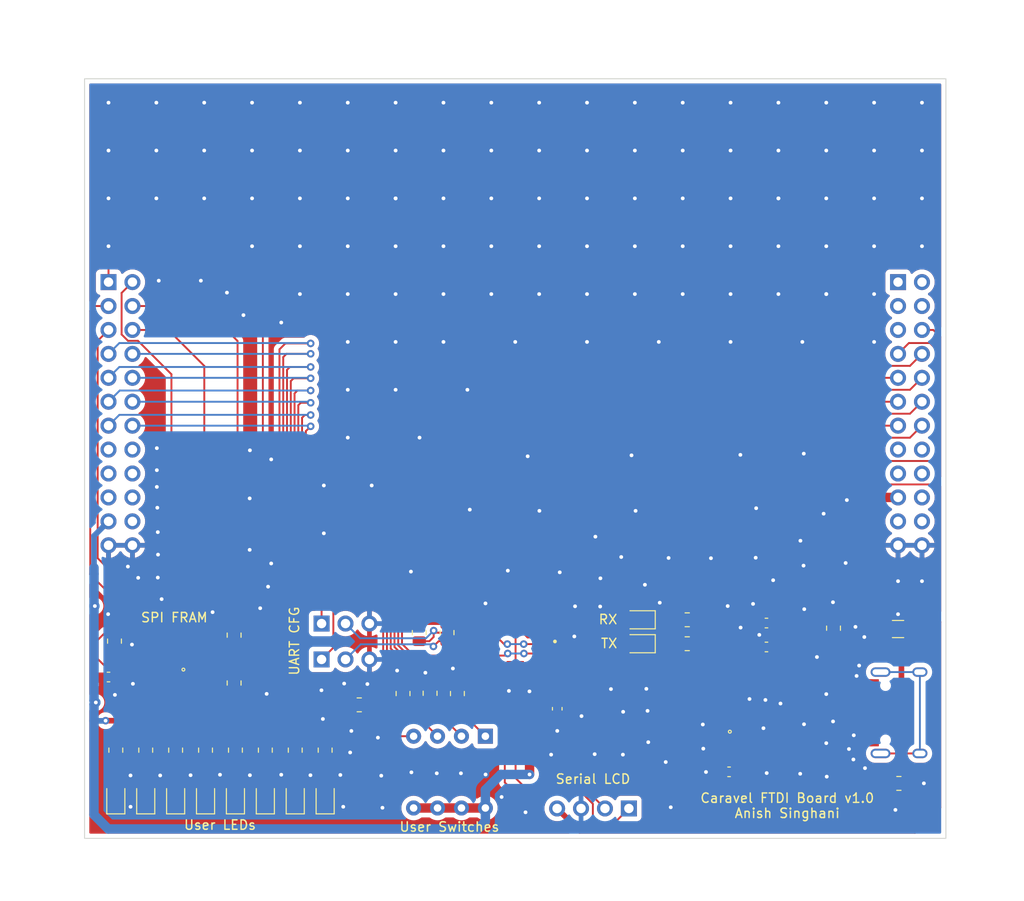
<source format=kicad_pcb>
(kicad_pcb (version 20221018) (generator pcbnew)
  (layers (0 "F.Cu" signal) (31 "B.Cu" signal) (34 "B.Paste" user) (35 "F.Paste" user) (36 "B.SilkS" user "B.Silkscreen") (37 "F.SilkS" user "F.Silkscreen") (38 "B.Mask" user) (39 "F.Mask" user) (44 "Edge.Cuts" user))
  (net 0 "")
  (net 1 "GND")
  (net 2 "+5V")
  (net 3 "+3V3")
  (net 4 "Net-(D1-K)")
  (net 5 "Net-(D2-K)")
  (net 6 "Net-(D3-A)")
  (net 7 "Net-(D4-A)")
  (net 8 "Net-(D5-A)")
  (net 9 "Net-(D6-A)")
  (net 10 "Net-(D7-A)")
  (net 11 "Net-(D8-A)")
  (net 12 "Net-(D9-A)")
  (net 13 "Net-(D10-A)")
  (net 14 "Net-(F1-Pad2)")
  (net 15 "mprj_io[36]")
  (net 16 "mprj_io[37]")
  (net 17 "mprj_io[34]")
  (net 18 "mprj_io[35]")
  (net 19 "mprj_io[32]")
  (net 20 "mprj_io[33]")
  (net 21 "mprj_io[30]")
  (net 22 "mprj_io[31]")
  (net 23 "mprj_io[28]")
  (net 24 "mprj_io[29]")
  (net 25 "mprj_io[26]")
  (net 26 "mprj_io[27]")
  (net 27 "mprj_io[24]")
  (net 28 "mprj_io[25]")
  (net 29 "mprj_io[22]")
  (net 30 "mprj_io[23]")
  (net 31 "mprj_io[20]")
  (net 32 "mprj_io[21]")
  (net 33 "mprj_io[18]")
  (net 34 "mprj_io[19]")
  (net 35 "gpio")
  (net 36 "mprj_io[0]")
  (net 37 "mprj_io[1]_SDO")
  (net 38 "mprj_io[2]_SDI")
  (net 39 "mprj_io[3]_CSB")
  (net 40 "mprj_io[4]_SCK")
  (net 41 "mprj_io[5]_ser_rx")
  (net 42 "mprj_io[6]_ser_tx")
  (net 43 "mprj_io[7]")
  (net 44 "mprj_io[8]")
  (net 45 "mprj_io[9]")
  (net 46 "mprj_io[10]")
  (net 47 "mprj_io[11]")
  (net 48 "mprj_io[12]")
  (net 49 "mprj_io[13]")
  (net 50 "mprj_io[14]")
  (net 51 "mprj_io[15]")
  (net 52 "mprj_io[16]")
  (net 53 "mprj_io[17]")
  (net 54 "I2C_RSTn")
  (net 55 "I2C_SCL")
  (net 56 "I2C_SDA")
  (net 57 "Net-(J3-CC1)")
  (net 58 "USB_DP")
  (net 59 "USB_DM")
  (net 61 "Net-(J3-CC2)")
  (net 63 "unconnected-(J3-SHIELD-PadS1)")
  (net 64 "uart_disp_rx")
  (net 65 "Net-(JP1-A)")
  (net 66 "Net-(JP2-A)")
  (net 67 "uart_ftdi_rx")
  (net 68 "uart_disp_ENb")
  (net 69 "uart_ftdi_ENb")
  (net 70 "Net-(U1-CBUS1)")
  (net 71 "Net-(U1-CBUS0)")
  (net 72 "Net-(U1-~{RESET})")
  (net 86 "vccio")
  (footprint "Resistor_SMD:R_0805_2012Metric" (layer "F.Cu") (at 137.13 84.2 90)
    (fp_text reference "R1" hide)
    (fp_text value "10K")
  )
  (footprint "LED_SMD:LED_0805_2012Metric" (layer "F.Cu") (at 120.79 101.75875 90)
    (fp_text reference "D8" hide)
    (fp_text value "LED6")
  )
  (footprint "Resistor_SMD:R_0805_2012Metric_Pad1.20x1.40mm_HandSolder" (layer "F.Cu") (at 120.79 96.67875 -90)
    (fp_text reference "R17" hide)
    (fp_text value "1K")
  )
  (footprint "Resistor_SMD:R_0805_2012Metric" (layer "F.Cu") (at 188.05 100.21 180)
    (fp_text reference "R21" hide)
    (fp_text value "5.1K")
  )
  (footprint "Resistor_SMD:R_0805_2012Metric_Pad1.20x1.40mm_HandSolder" (layer "F.Cu") (at 111.265 96.67875 -90)
    (fp_text reference "R14" hide)
    (fp_text value "1K")
  )
  (footprint "Resistor_SMD:R_0805_2012Metric" (layer "F.Cu") (at 104.775 85.105 -90)
    (fp_text reference "R6" hide)
    (fp_text value "10K")
  )
  (footprint "LED_SMD:LED_0805_2012Metric" (layer "F.Cu") (at 160.5 82.84 180)
    (fp_text reference "D2" hide)
    (fp_text value "RXLED")
  )
  (footprint "Resistor_SMD:R_0805_2012Metric" (layer "F.Cu") (at 181.11 83.73 -90)
    (fp_text reference "R20" hide)
    (fp_text value "5.1K")
  )
  (footprint "LED_SMD:LED_0805_2012Metric" (layer "F.Cu") (at 108.09 101.75875 90)
    (fp_text reference "D4" hide)
    (fp_text value "LED2")
  )
  (footprint "LED_SMD:LED_0805_2012Metric" (layer "F.Cu") (at 160.5 85.38 180)
    (fp_text reference "D1" hide)
    (fp_text value "TXLED")
  )
  (footprint "Connector_PinHeader_2.54mm:PinHeader_2x12_P2.54mm_Vertical" (layer "F.Cu") (at 187.96 46.99)
    (fp_text reference "J2" hide)
    (fp_text value "HDR_RIGHT")
  )
  (footprint "Resistor_SMD:R_0805_2012Metric_Pad1.20x1.40mm_HandSolder" (layer "F.Cu") (at 165.58 85.38 180)
    (fp_text reference "R4" hide)
    (fp_text value "1K")
  )
  (footprint "Capacitor_SMD:C_0603_1608Metric" (layer "F.Cu") (at 104.14 88.915)
    (fp_text reference "C5" hide)
    (fp_text value "0.1u")
  )
  (footprint "Connector_PinHeader_2.54mm:PinHeader_1x03_P2.54mm_Vertical" (layer "F.Cu") (at 126.76 87.05 90)
    (fp_text reference "JP4" hide)
    (fp_text value "FTDI UART Enable")
  )
  (footprint "Resistor_SMD:R_0805_2012Metric_Pad1.20x1.40mm_HandSolder" (layer "F.Cu") (at 123.965 96.67875 -90)
    (fp_text reference "R18" hide)
    (fp_text value "1K")
  )
  (footprint "Resistor_SMD:R_0805_2012Metric" (layer "F.Cu") (at 117.475 84.47 -90)
    (fp_text reference "R5" hide)
    (fp_text value "10K")
  )
  (footprint "Resistor_SMD:R_0805_2012Metric" (layer "F.Cu") (at 130.76 91.87 180)
    (fp_text reference "R11" hide)
    (fp_text value "10K")
  )
  (footprint "LED_SMD:LED_0805_2012Metric" (layer "F.Cu") (at 111.265 101.75875 90)
    (fp_text reference "D5" hide)
    (fp_text value "LED3")
  )
  (footprint "Resistor_SMD:R_0805_2012Metric_Pad1.20x1.40mm_HandSolder" (layer "F.Cu") (at 165.58 82.84)
    (fp_text reference "R3" hide)
    (fp_text value "1K")
  )
  (footprint "LED_SMD:LED_0805_2012Metric" (layer "F.Cu") (at 114.44 101.75875 90)
    (fp_text reference "D6" hide)
    (fp_text value "LED4")
  )
  (footprint "Capacitor_SMD:C_0603_1608Metric" (layer "F.Cu") (at 173.99 85.725 180)
    (fp_text reference "C2" hide)
    (fp_text value "0.1u")
  )
  (footprint "Connector_PinHeader_2.54mm:PinHeader_1x03_P2.54mm_Vertical" (layer "F.Cu") (at 126.76 83.24 90)
    (fp_text reference "JP3" hide)
    (fp_text value "Display UART Enable")
  )
  (footprint "Resistor_SMD:R_0805_2012Metric_Pad1.20x1.40mm_HandSolder" (layer "F.Cu") (at 108.09 96.67875 -90)
    (fp_text reference "R13" hide)
    (fp_text value "1K")
  )
  (footprint "Fuse:Fuse_1206_3216Metric_Pad1.42x1.75mm_HandSolder" (layer "F.Cu") (at 187.96 83.82)
    (fp_text reference "F1" hide)
    (fp_text value "500mA")
  )
  (footprint "Capacitor_SMD:C_0603_1608Metric" (layer "F.Cu") (at 151.78 92.285 90)
    (fp_text reference "C4" hide)
    (fp_text value "0.1u")
  )
  (footprint "Resistor_SMD:R_0805_2012Metric" (layer "F.Cu") (at 140.08 84.2 90)
    (fp_text reference "R2" hide)
    (fp_text value "10K")
  )
  (footprint "Resistor_SMD:R_0805_2012Metric" (layer "F.Cu") (at 135.41 90.67 90)
    (fp_text reference "R10" hide)
    (fp_text value "10K")
  )
  (footprint "Package_SO:SSOP-28_5.3x10.2mm_P0.65mm" (layer "F.Cu") (at 173.99 92.71 90)
    (fp_text reference "U1" hide)
    (fp_text value "FT232RL")
  )
  (footprint "Package_SO:SOIC-8_3.9x4.9mm_P1.27mm" (layer "F.Cu") (at 111.125 86.375 180)
    (fp_text reference "U3" hide)
    (fp_text value "MB85RS2MT")
  )
  (footprint "Resistor_SMD:R_0805_2012Metric_Pad1.20x1.40mm_HandSolder" (layer "F.Cu") (at 114.44 96.67875 -90)
    (fp_text reference "R15" hide)
    (fp_text value "1K")
  )
  (footprint "Resistor_SMD:R_0805_2012Metric_Pad1.20x1.40mm_HandSolder" (layer "F.Cu") (at 104.915 96.67875 -90)
    (fp_text reference "R12" hide)
    (fp_text value "1K")
  )
  (footprint "Capacitor_SMD:C_0603_1608Metric" (layer "F.Cu") (at 173.99 83.185 180)
    (fp_text reference "C3" hide)
    (fp_text value "10u")
  )
  (footprint "LED_SMD:LED_0805_2012Metric" (layer "F.Cu") (at 104.915 101.75875 90)
    (fp_text reference "D3" hide)
    (fp_text value "LED1")
  )
  (footprint "Jumper:SolderJumper-2_P1.3mm_Bridged_Pad1.0x1.5mm" (layer "F.Cu") (at 164.35 91.15 180)
    (fp_text reference "JP1" hide)
    (fp_text value "RXJMP")
  )
  (footprint "Resistor_SMD:R_0805_2012Metric" (layer "F.Cu") (at 141.18 90.67 90)
    (fp_text reference "R8" hide)
    (fp_text value "10K")
  )
  (footprint "LED_SMD:LED_0805_2012Metric" (layer "F.Cu") (at 123.965 101.75875 90)
    (fp_text reference "D9" hide)
    (fp_text value "LED7")
  )
  (footprint "LED_SMD:LED_0805_2012Metric" (layer "F.Cu") (at 127.14 101.75875 90)
    (fp_text reference "D10" hide)
    (fp_text value "LED8")
  )
  (footprint "LED_SMD:LED_0805_2012Metric" (layer "F.Cu") (at 117.615 101.75875 90)
    (fp_text reference "D7" hide)
    (fp_text value "LED5")
  )
  (footprint "Button_Switch_THT:SW_DIP_SPSTx04_Slide_6.7x11.72mm_W7.62mm_P2.54mm_LowProfile" (layer "F.Cu") (at 144.15 95.2 -90)
    (fp_text reference "SW1" hide)
    (fp_text value "SW_DIP_x04")
  )
  (footprint "Jumper:SolderJumper-2_P1.3mm_Bridged_Pad1.0x1.5mm" (layer "F.Cu") (at 164.35 94.16 180)
    (fp_text reference "JP2" hide)
    (fp_text value "TXJMP")
  )
  (footprint "Connector_PinHeader_2.54mm:PinHeader_2x12_P2.54mm_Vertical" (layer "F.Cu") (at 104.14 46.99)
    (fp_text reference "J1" hide)
    (fp_text value "HDR_LEFT")
  )
  (footprint "Connector_PinHeader_2.54mm:PinHeader_1x04_P2.54mm_Vertical" (layer "F.Cu") (at 159.385 102.87 -90)
    (fp_text reference "J4" hide)
    (fp_text value "SERLCD_HDR")
  )
  (footprint "Resistor_SMD:R_0805_2012Metric_Pad1.20x1.40mm_HandSolder" (layer "F.Cu") (at 127.14 96.67875 -90)
    (fp_text reference "R19" hide)
    (fp_text value "1K")
  )
  (footprint "Resistor_SMD:R_0805_2012Metric" (layer "F.Cu") (at 117.475 89.55 90)
    (fp_text reference "R7" hide)
    (fp_text value "10K")
  )
  (footprint "Capacitor_SMD:C_0603_1608Metric" (layer "F.Cu") (at 170.02 98.98 180)
    (fp_text reference "C1" hide)
    (fp_text value "0.1u")
  )
  (footprint "Resistor_SMD:R_0805_2012Metric_Pad1.20x1.40mm_HandSolder" (layer "F.Cu") (at 117.615 96.67875 -90)
    (fp_text reference "R16" hide)
    (fp_text value "1K")
  )
  (footprint "SN74LVC32ADR:SOIC127P600X175-14N" (layer "F.Cu") (at 147.955 85.725 -90)
    (fp_text reference "U2" hide)
    (fp_text value "SN74LVC32ADR")
  )
  (footprint "TestPoint:TestPoint_Pad_D1.5mm" (layer "F.Cu") (at 177.7 84.13 180)
    (fp_text reference "TP1" hide)
    (fp_text value "RST")
  )
  (footprint "Resistor_SMD:R_0805_2012Metric" (layer "F.Cu") (at 138.28 90.64 90)
    (fp_text reference "R9" hide)
    (fp_text value "10K")
  )
  (footprint "Connector_USB:USB_C_Receptacle_HRO_TYPE-C-31-M-12" (layer "F.Cu") (at 189.23 92.71 90)
    (fp_text reference "J3" hide)
    (fp_text value "USB_C_Receptacle_USB2.0")
  )
  (gr_rect (start 101.6 25.4) (end 193.04 106.045) (stroke (width 0.1)) (fill none) (layer "Edge.Cuts"))
  (gr_text "UART CFG" (at 124.46 85.09 90) (layer "F.SilkS") (effects (font (size 1 1)) (justify bottom)))
  (gr_text "User Switches" (at 140.335 105.41) (layer "F.SilkS") (effects (font (size 1 1)) (justify bottom)))
  (gr_text "Caravel FTDI Board v1.0\nAnish Singhani" (at 176.1998 103.9622) (layer "F.SilkS") (effects (font (size 1 1)) (justify bottom)))
  (gr_text "User LEDs" (at 115.9764 105.2068) (layer "F.SilkS") (effects (font (size 1 1)) (justify bottom)))
  (gr_text "Serial LCD" (at 155.575 100.33) (layer "F.SilkS") (effects (font (size 1 1)) (justify bottom)))
  (gr_text "RX" (at 158.242 82.804) (layer "F.SilkS") (effects (font (size 1 1)) (justify right)))
  (gr_text "SPI FRAM" (at 111.125 83.185) (layer "F.SilkS") (effects (font (size 1 1)) (justify bottom)))
  (gr_text "TX" (at 158.242 85.344) (layer "F.SilkS") (effects (font (size 1 1)) (justify right)))
  (segment (start 135.41 88.86) (end 134.78 88.23) (width 0.2) (layer "F.Cu") (net 1))
  (segment (start 135.41 89.7575) (end 135.41 88.86) (width 0.2) (layer "F.Cu") (net 1))
  (segment (start 173.215 85.725) (end 173.215 84.455) (width 0.4) (layer "F.Cu") (net 1))
  (segment (start 171.065 89.11) (end 171.065 90.125) (width 0.4) (layer "F.Cu") (net 1))
  (segment (start 146.685 88.2) (end 146.685 90.355) (width 0.2) (layer "F.Cu") (net 1))
  (segment (start 185.185 89.46) (end 184.22 89.46) (width 0.6) (layer "F.Cu") (net 1))
  (segment (start 171.715 90.775) (end 172.19 91.25) (width 0.4) (layer "F.Cu") (net 1))
  (segment (start 113.6 83.62) (end 115.19 82.03) (width 0.2) (layer "F.Cu") (net 1))
  (segment (start 174.315 90.915) (end 173.88 91.35) (width 0.4) (layer "F.Cu") (net 1))
  (segment (start 185.185 95.96) (end 183.35 95.96) (width 0.6) (layer "F.Cu") (net 1))
  (segment (start 129.05375 102.69625) (end 129.06 102.69) (width 0.2) (layer "F.Cu") (net 1))
  (segment (start 146.685 90.355) (end 146.65 90.39) (width 0.2) (layer "F.Cu") (net 1))
  (segment (start 106.48625 102.69625) (end 127.14 102.69625) (width 0.2) (layer "F.Cu") (net 1))
  (segment (start 174.315 89.11) (end 174.315 90.915) (width 0.4) (layer "F.Cu") (net 1))
  (segment (start 184.22 89.46) (end 183.56 88.8) (width 0.6) (layer "F.Cu") (net 1))
  (segment (start 150.495 88.775) (end 148.83 90.44) (width 0.2) (layer "F.Cu") (net 1))
  (segment (start 138.28 89.7275) (end 138.28 88.96) (width 0.2) (layer "F.Cu") (net 1))
  (segment (start 173.215 84.455) (end 173.23 84.44) (width 0.4) (layer "F.Cu") (net 1))
  (segment (start 176.265 90.945) (end 175.48 91.73) (width 0.4) (layer "F.Cu") (net 1))
  (segment (start 149.225 88.2) (end 149.225 90.045) (width 0.2) (layer "F.Cu") (net 1))
  (segment (start 151.78 93.06) (end 151.78 94.635) (width 0.2) (layer "F.Cu") (net 1))
  (segment (start 144.145 83.25) (end 144.145 81.115) (width 0.2) (layer "F.Cu") (net 1))
  (segment (start 138.28 88.96) (end 137.78 88.46) (width 0.2) (layer "F.Cu") (net 1))
  (segment (start 150.495 88.2) (end 150.495 88.775) (width 0.2) (layer "F.Cu") (net 1))
  (segment (start 145.415 89.155) (end 146.65 90.39) (width 0.2) (layer "F.Cu") (net 1))
  (segment (start 127.14 102.69625) (end 129.05375 102.69625) (width 0.2) (layer "F.Cu") (net 1))
  (segment (start 103.365 88.915) (end 103.365 89.355) (width 0.6) (layer "F.Cu") (net 1))
  (segment (start 141.18 89.7575) (end 141.18 88.49) (width 0.2) (layer "F.Cu") (net 1))
  (segment (start 173.23 84.44) (end 173.215 84.425) (width 0.4) (layer "F.Cu") (net 1))
  (segment (start 113.6 84.47) (end 113.6 84.34) (width 0.2) (layer "F.Cu") (net 1))
  (segment (start 145.415 88.2) (end 145.415 89.155) (width 0.2) (layer "F.Cu") (net 1))
  (segment (start 141.18 88.49) (end 140.7 88.01) (width 0.2) (layer "F.Cu") (net 1))
  (segment (start 173.215 84.425) (end 173.215 83.185) (width 0.4) (layer "F.Cu") (net 1))
  (segment (start 103.365 89.355) (end 104.82 90.81) (width 0.6) (layer "F.Cu") (net 1))
  (segment (start 173.665 96.31) (end 173.665 94.355) (width 0.4) (layer "F.Cu") (net 1))
  (segment (start 144.145 81.115) (end 144.16 81.1) (width 0.2) (layer "F.Cu") (net 1))
  (segment (start 113.6 84.47) (end 113.6 83.62) (width 0.2) (layer "F.Cu") (net 1))
  (segment (start 171.715 89.11) (end 171.715 90.775) (width 0.4) (layer "F.Cu") (net 1))
  (segment (start 106.47375 102.69625) (end 106.48 102.69) (width 0.2) (layer "F.Cu") (net 1))
  (segment (start 183.35 95.96) (end 182.75 96.56) (width 0.6) (layer "F.Cu") (net 1))
  (segment (start 104.915 102.69625) (end 106.47375 102.69625) (width 0.2) (layer "F.Cu") (net 1))
  (segment (start 149.225 90.045) (end 148.83 90.44) (width 0.2) (layer "F.Cu") (net 1))
  (segment (start 149.225 88.2) (end 149.225 89.045) (width 0.2) (layer "F.Cu") (net 1))
  (segment (start 176.265 89.11) (end 176.265 90.945) (width 0.4) (layer "F.Cu") (net 1))
  (segment (start 171.065 90.125) (end 172.19 91.25) (width 0.4) (layer "F.Cu") (net 1))
  (segment (start 106.48 102.69) (end 106.48625 102.69625) (width 0.2) (layer "F.Cu") (net 1))
  (segment (start 173.665 94.355) (end 173.67 94.35) (width 0.4) (layer "F.Cu") (net 1))
  (via (at 165.1 27.94) (size 0.8) (drill 0.4) (layers "F.Cu" "B.Cu") (net 1))
  (via (at 162.6616 81.026) (size 0.8) (drill 0.4) (layers "F.Cu" "B.Cu") (net 1))
  (via (at 181.0512 80.9752) (size 0.8) (drill 0.4) (layers "F.Cu" "B.Cu") (net 1))
  (via (at 104.1 82.24) (size 0.8) (drill 0.4) (layers "F.Cu" "B.Cu") (net 1))
  (via (at 119.1514 64.8462) (size 0.8) (drill 0.4) (layers "F.Cu" "B.Cu") (net 1))
  (via (at 128.7526 99.314) (size 0.8) (drill 0.4) (layers "F.Cu" "B.Cu") (net 1))
  (via (at 134.62 53.34) (size 0.8) (drill 0.4) (layers "F.Cu" "B.Cu") (net 1))
  (via (at 185.42 53.34) (size 0.8) (drill 0.4) (layers "F.Cu" "B.Cu") (net 1))
  (via (at 127 68.58) (size 0.8) (drill 0.4) (layers "F.Cu" "B.Cu") (net 1))
  (via (at 145.8722 101.6508) (size 0.8) (drill 0.4) (layers "F.Cu" "B.Cu") (net 1))
  (via (at 170.18 43.18) (size 0.8) (drill 0.4) (layers "F.Cu" "B.Cu") (net 1))
  (via (at 121.412 76.8604) (size 0.8) (drill 0.4) (layers "F.Cu" "B.Cu") (net 1))
  (via (at 132.08 68.58) (size 0.8) (drill 0.4) (layers "F.Cu" "B.Cu") (net 1))
  (via (at 185.42 33.02) (size 0.8) (drill 0.4) (layers "F.Cu" "B.Cu") (net 1))
  (via (at 175.26 48.26) (size 0.8) (drill 0.4) (layers "F.Cu" "B.Cu") (net 1))
  (via (at 146.65 90.39) (size 0.8) (drill 0.4) (layers "F.Cu" "B.Cu") (net 1))
  (via (at 149.86 43.18) (size 0.8) (drill 0.4) (layers "F.Cu" "B.Cu") (net 1))
  (via (at 161.2392 90.17) (size 0.8) (drill 0.4) (layers "F.Cu" "B.Cu") (net 1))
  (via (at 170.18 48.26) (size 0.8) (drill 0.4) (layers "F.Cu" "B.Cu") (net 1))
  (via (at 172.5676 81.153) (size 0.8) (drill 0.4) (layers "F.Cu" "B.Cu") (net 1))
  (via (at 149.8854 71.2724) (size 0.8) (drill 0.4) (layers "F.Cu" "B.Cu") (net 1))
  (via (at 129.794 96.9264) (size 0.8) (drill 0.4) (layers "F.Cu" "B.Cu") (net 1))
  (via (at 124.46 48.26) (size 0.8) (drill 0.4) (layers "F.Cu" "B.Cu") (net 1))
  (via (at 151.78 94.635) (size 0.8) (drill 0.4) (layers "F.Cu" "B.Cu") (net 1))
  (via (at 177.5714 99.187) (size 0.8) (drill 0.4) (layers "F.Cu" "B.Cu") (net 1))
  (via (at 134.62 43.18) (size 0.8) (drill 0.4) (layers "F.Cu" "B.Cu") (net 1))
  (via (at 134.78 88.23) (size 0.8) (drill 0.4) (layers "F.Cu" "B.Cu") (net 1))
  (via (at 190.7032 100.203) (size 0.8) (drill 0.4) (layers "F.Cu" "B.Cu") (net 1))
  (via (at 144.78 27.94) (size 0.8) (drill 0.4) (layers "F.Cu" "B.Cu") (net 1))
  (via (at 129.921 94.6404) (size 0.8) (drill 0.4) (layers "F.Cu" "B.Cu") (net 1))
  (via (at 104.14 43.18) (size 0.8) (drill 0.4) (layers "F.Cu" "B.Cu") (net 1))
  (via (at 148.83 90.44) (size 0.8) (drill 0.4) (layers "F.Cu" "B.Cu") (net 1))
  (via (at 174.7012 78.6384) (size 0.8) (drill 0.4) (layers "F.Cu" "B.Cu") (net 1))
  (via (at 109.2708 68.7324) (size 0.8) (drill 0.4) (layers "F.Cu" "B.Cu") (net 1))
  (via (at 152.0444 77.8002) (size 0.8) (drill 0.4) (layers "F.Cu" "B.Cu") (net 1))
  (via (at 190.5 27.94) (size 0.8) (drill 0.4) (layers "F.Cu" "B.Cu") (net 1))
  (via (at 113.9444 46.8376) (size 0.8) (drill 0.4) (layers "F.Cu" "B.Cu") (net 1))
  (via (at 106.48 102.69) (size 0.8) (drill 0.4) (layers "F.Cu" "B.Cu") (net 1))
  (via (at 163.83 102.743) (size 0.8) (drill 0.4) (layers "F.Cu" "B.Cu") (net 1))
  (via (at 119.38 38.1) (size 0.8) (drill 0.4) (layers "F.Cu" "B.Cu") (net 1))
  (via (at 160.02 33.02) (size 0.8) (drill 0.4) (layers "F.Cu" "B.Cu") (net 1))
  (via (at 170.18 33.02) (size 0.8) (drill 0.4) (layers "F.Cu" "B.Cu") (net 1))
  (via (at 180.34 48.26) (size 0.8) (drill 0.4) (layers "F.Cu" "B.Cu") (net 1))
  (via (at 158.7754 92.6084) (size 0.8) (drill 0.4) (layers "F.Cu" "B.Cu") (net 1))
  (via (at 121.412 65.8114) (size 0.8) (drill 0.4) (layers "F.Cu" "B.Cu") (net 1))
  (via (at 122.4788 51.2826) (size 0.8) (drill 0.4) (layers "F.Cu" "B.Cu") (net 1))
  (via (at 185.42 27.94) (size 0.8) (drill 0.4) (layers "F.Cu" "B.Cu") (net 1))
  (via (at 144.78 38.1) (size 0.8) (drill 0.4) (layers "F.Cu" "B.Cu") (net 1))
  (via (at 175.26 43.18) (size 0.8) (drill 0.4) (layers "F.Cu" "B.Cu") (net 1))
  (via (at 109.22 33.02) (size 0.8) (drill 0.4) (layers "F.Cu" "B.Cu") (net 1))
  (via (at 109.22 27.94) (size 0.8) (drill 0.4) (layers "F.Cu" "B.Cu") (net 1))
  (via (at 134.62 48.26) (size 0.8) (drill 0.4) (layers "F.Cu" "B.Cu") (net 1))
  (via (at 129.54 48.26) (size 0.8) (drill 0.4) (layers "F.Cu" "B.Cu") (net 1))
  (via (at 134.62 33.02) (size 0.8) (drill 0.4) (layers "F.Cu" "B.Cu") (net 1))
  (via (at 190.5 38.1) (size 0.8) (drill 0.4) (layers "F.Cu" "B.Cu") (net 1))
  (via (at 165.1 33.02) (size 0.8) (drill 0.4) (layers "F.Cu" "B.Cu") (net 1))
  (via (at 114.3 38.1) (size 0.8) (drill 0.4) (layers "F.Cu" "B.Cu") (net 1))
  (via (at 161.0868 79.121) (size 0.8) (drill 0.4) (layers "F.Cu" "B.Cu") (net 1))
  (via (at 109.22 38.1) (size 0.8) (drill 0.4) (layers "F.Cu" "B.Cu") (net 1))
  (via (at 134.62 38.1) (size 0.8) (drill 0.4) (layers "F.Cu" "B.Cu") (net 1))
  (via (at 127 73.66) (size 0.8) (drill 0.4) (layers "F.Cu" "B.Cu") (net 1))
  (via (at 109.3724 73.533) (size 0.8) (drill 0.4) (layers "F.Cu" "B.Cu") (net 1))
  (via (at 173.67 94.35) (size 0.8) (drill 0.4) (layers "F.Cu" "B.Cu") (net 1))
  (via (at 172.19 91.25) (size 0.8) (drill 0.4) (layers "F.Cu" "B.Cu") (net 1))
  (via (at 185.42 43.18) (size 0.8) (drill 0.4) (layers "F.Cu" "B.Cu") (net 1))
  (via (at 180.34 43.18) (size 0.8) (drill 0.4) (layers "F.Cu" "B.Cu") (net 1))
  (via (at 106.1974 77.1906) (size 0.8) (drill 0.4) (layers "F.Cu" "B.Cu") (net 1))
  (via (at 146.5326 77.6224) (size 0.8) (drill 0.4) (layers "F.Cu" "B.Cu") (net 1))
  (via (at 142.494 71.1454) (size 0.8) (drill 0.4) (layers "F.Cu" "B.Cu") (net 1))
  (via (at 104.14 27.94) (size 0.8) (drill 0.4) (layers "F.Cu" "B.Cu") (net 1))
  (via (at 151.13 97.155) (size 0.8) (drill 0.4) (layers "F.Cu" "B.Cu") (net 1))
  (via (at 106.7308 89.6366) (size 0.8) (drill 0.4) (layers "F.Cu" "B.Cu") (net 1))
  (via (at 170.18 27.94) (size 0.8) (drill 0.4) (layers "F.Cu" "B.Cu") (net 1))
  (via (at 187.6806 103.0224) (size 0.8) (drill 0.4) (layers "F.Cu" "B.Cu") (net 1))
  (via (at 139.7 53.34) (size 0.8) (drill 0.4) (layers "F.Cu" "B.Cu") (net 1))
  (via (at 120.9294 90.7034) (size 0.8) (drill 0.4) (layers "F.Cu" "B.Cu") (net 1))
  (via (at 183.4388 83.5914) (size 0.8) (drill 0.4) (layers "F.Cu" "B.Cu") (net 1))
  (via (at 154.94 53.34) (size 0.8) (drill 0.4) (layers "F.Cu" "B.Cu") (net 1))
  (via (at 129.54 58.42) (size 0.8) (drill 0.4) (layers "F.Cu" "B.Cu") (net 1))
  (via (at 133.096 99.3902) (size 0.8) (drill 0.4) (layers "F.Cu" "B.Cu") (net 1))
  (via (at 183.83 87.7) (size 0.8) (drill 0.4) (layers "F.Cu" "B.Cu") (net 1))
  (via (at 156.3624 78.4352) (size 0.8) (drill 0.4) (layers "F.Cu" "B.Cu") (net 1))
  (via (at 156.337 81.4324) (size 0.8) (drill 0.4) (layers "F.Cu" "B.Cu") (net 1))
  (via (at 154.3558 93.0656) (size 0.8) (drill 0.4) (layers "F.Cu" "B.Cu") (net 1))
  (via (at 119.38 43.18) (size 0.8) (drill 0.4) (layers "F.Cu" "B.Cu") (net 1))
  (via (at 139.7 43.18) (size 0.8) (drill 0.4) (layers "F.Cu" "B.Cu") (net 1))
  (via (at 124.46 27.94) (size 0.8) (drill 0.4) (layers "F.Cu" "B.Cu") (net 1))
  (via (at 118.4656 50.4952) (size 0.8) (drill 0.4) (layers "F.Cu" "B.Cu") (net 1))
  (via (at 133.223 102.7938) (size 0.8) (drill 0.4) (layers "F.Cu" "B.Cu") (net 1))
  (via (at 149.86 38.1) (size 0.8) (drill 0.4) (layers "F.Cu" "B.Cu") (net 1))
  (via (at 129.54 38.1) (size 0.8) (drill 0.4) (layers "F.Cu" "B.Cu") (net 1))
  (via (at 129.54 63.5) (size 0.8) (drill 0.4) (layers "F.Cu" "B.Cu") (net 1))
  (via (at 181.06 93.63) (size 0.8) (drill 0.4) (layers "F.Cu" "B.Cu") (net 1))
  (via (at 180.0606 71.5772) (size 0.8) (drill 0.4) (layers "F.Cu" "B.Cu") (net 1))
  (via (at 154.94 38.1) (size 0.8) (drill 0.4) (layers "F.Cu" "B.Cu") (net 1))
  (via (at 132.7404 95.3516) (size 0.8) (drill 0.4) (layers "F.Cu" "B.Cu") (net 1))
  (via (at 141.5542 99.1362) (size 0.8) (drill 0.4) (layers "F.Cu" "B.Cu") (net 1))
  (via (at 183.26 95.1) (size 0.8) (drill 0.4) (layers "F.Cu" "B.Cu") (net 1))
  (via (at 183.22 97.67) (size 0.8) (drill 0.4) (layers "F.Cu" "B.Cu") (net 1))
  (via (at 153.5938 84.6074) (size 0.8) (drill 0.4) (layers "F.Cu" "B.Cu") (net 1))
  (via (at 136.2964 99.0346) (size 0.8) (drill 0.4) (layers "F.Cu" "B.Cu") (net 1))
  (via (at 163.6014 76.2762) (size 0.8) (drill 0.4) (layers "F.Cu" "B.Cu") (net 1))
  (via (at 131.6228 89.662) (size 0.8) (drill 0.4) (layers "F.Cu" "B.Cu") (net 1))
  (via (at 180.34 27.94) (size 0.8) (drill 0.4) (layers "F.Cu" "B.Cu") (net 1))
  (via (at 165.1 43.18) (size 0.8) (drill 0.4) (layers "F.Cu" "B.Cu") (net 1))
  (via (at 159.6644 65.3796) (size 0.8) (drill 0.4) (layers "F.Cu" "B.Cu") (net 1))
  (via (at 153.67 81.407) (size 0.8) (drill 0.4) (layers "F.Cu" "B.Cu") (net 1))
  (via (at 149.86 33.02) (size 0.8) (drill 0.4) (layers "F.Cu" "B.Cu") (net 1))
  (via (at 142.24 58.42) (size 0.8) (drill 0.4) (layers "F.Cu" "B.Cu") (net 1))
  (via (at 106.6292 85.471) (size 0.8) (drill 0.4) (layers "F.Cu" "B.Cu") (net 1))
  (via (at 160.02 38.1) (size 0.8) (drill 0.4) (layers "F.Cu" "B.Cu") (net 1))
  (via (at 177.8 53.34) (size 0.8) (drill 0.4) (layers "F.Cu" "B.Cu") (net 1))
  (via (at 144.78 43.18) (size 0.8) (drill 0.4) (layers "F.Cu" "B.Cu") (net 1))
  (via (at 149.86 48.26) (size 0.8) (drill 0.4) (layers "F.Cu" "B.Cu") (net 1))
  (via (at 134.62 38.1) (size 0.8) (drill 0.4) (layers "F.Cu" "B.Cu") (net 1))
  (via (at 177.9778 93.9292) (size 0.8) (drill 0.4) (layers "F.Cu" "B.Cu") (net 1))
  (via (at 148.4122 103.2764) (size 0.8) (drill 0.4) (layers "F.Cu" "B.Cu") (net 1))
  (via (at 167.2336 93.9546) (size 0.8) (drill 0.4) (layers "F.Cu" "B.Cu") (net 1))
  (via (at 158.75 97.155) (size 0.8) (drill 0.4) (layers "F.Cu" "B.Cu") (net 1))
  (via (at 161.3662 92.5068) (size 0.8) (drill 0.4) (layers "F.Cu" "B.Cu") (net 1))
  (via (at 160.02 43.18) (size 0.8) (drill 0.4) (layers "F.Cu" "B.Cu") (net 1))
  (via (at 119.1514 99.3394) (size 0.8) (drill 0.4) (layers "F.Cu" "B.Cu") (net 1))
  (via (at 187.96 78.74) (size 0.8) (drill 0.4) (layers "F.Cu" "B.Cu") (net 1))
  (via (at 171.2468 83.6676) (size 0.8) (drill 0.4) (layers "F.Cu" "B.Cu") (net 1))
  (via (at 184.45 98.59) (size 0.8) (drill 0.4) (layers "F.Cu" "B.Cu") (net 1))
  (via (at 165.1 48.26) (size 0.8) (drill 0.4) (layers "F.Cu" "B.Cu") (net 1))
  (via (at 109.7788 80.645) (size 0.8) (drill 0.4) (layers "F.Cu" "B.Cu") (net 1))
  (via (at 190.5 33.02) (size 0.8) (drill 0.4) (layers "F.Cu" "B.Cu") (net 1))
  (via (at 177.5968 74.4474) (size 0.8) (drill 0.4) (layers "F.Cu" "B.Cu") (net 1))
  (via (at 119.126 69.9516) (size 0.8) (drill 0.4) (layers "F.Cu" "B.Cu") (net 1))
  (via (at 180.34 38.1) (size 0.8) (drill 0.4) (layers "F.Cu" "B.Cu") (net 1))
  (via (at 180.34 33.02) (size 0.8) (drill 0.4) (layers "F.Cu" "B.Cu") (net 1))
  (via (at 155.7528 97.1042) (size 0.8) (drill 0.4) (layers "F.Cu" "B.Cu") (net 1))
  (via (at 125.5776 99.3394) (size 0.8) (drill 0.4) (layers "F.Cu" "B.Cu") (net 1))
  (via (at 121.0818 79.3242) (size 0.8) (drill 0.4) (layers "F.Cu" "B.Cu") (net 1))
  (via (at 175.48 91.73) (size 0.8) (drill 0.4) (layers "F.Cu" "B.Cu") (net 1))
  (via (at 124.46 43.18) (size 0.8) (drill 0.4) (layers "F.Cu" "B.Cu") (net 1))
  (via (at 139.7 38.1) (size 0.8) (drill 0.4) (layers "F.Cu" "B.Cu") (net 1))
  (via (at 122.4788 99.2886) (size 0.8) (drill 0.4) (layers "F.Cu" "B.Cu") (net 1))
  (via (at 168.0972 76.3016) (size 0.8) (drill 0.4) (layers "F.Cu" "B.Cu") (net 1))
  (via (at 114.3 33.02) (size 0.8) (drill 0.4) (layers "F.Cu" "B.Cu") (net 1))
  (via (at 129.54 43.18) (size 0.8) (drill 0.4) (layers "F.Cu" "B.Cu") (net 1))
  (via (at 126.8984 93.3704) (size 0.8) (drill 0.4) (layers "F.Cu" "B.Cu") (net 1))
  (via (at 160.0962 71.2724) (size 0.8) (drill 0.4) (layers "F.Cu" "B.Cu") (net 1))
  (via (at 180.34 48.26) (size 0.8) (drill 0.4) (layers "F.Cu" "B.Cu") (net 1))
  (via (at 109.3724 78.359) (size 0.8) (drill 0.4) (layers "F.Cu" "B.Cu") (net 1))
  (via (at 126.746 90.3224) (size 0.8) (drill 0.4) (layers "F.Cu" "B.Cu") (net 1))
  (via (at 175.26 27.94) (size 0.8) (drill 0.4) (layers "F.Cu" "B.Cu") (net 1))
  (via (at 175.26 38.1) (size 0.8) (drill 0.4) (layers "F.Cu" "B.Cu") (net 1))
  (via (at 144.78 33.02) (size 0.8) (drill 0.4) (layers "F.Cu" "B.Cu") (net 1))
  (via (at 129.54 33.02) (size 0.8) (drill 0.4) (layers "F.Cu" "B.Cu") (net 1))
  (via (at 115.19 82.03) (size 0.8) (drill 0.4) (layers "F.Cu" "B.Cu") (net 1))
  (via (at 190.5 78.74) (size 0.8) (drill 0.4) (layers "F.Cu" "B.Cu") (net 1))
  (via (at 149.86 27.94) (size 0.8) (drill 0.4) (layers "F.Cu" "B.Cu") (net 1))
  (via (at 182.75 96.56) (size 0.8) (drill 0.4) (layers "F.Cu" "B.Cu") (net 1))
  (via (at 160.02 27.94) (size 0.8) (drill 0.4) (layers "F.Cu" "B.Cu") (net 1))
  (via (at 170.18 53.34) (size 0.8) (drill 0.4) (layers "F.Cu" "B.Cu") (net 1))
  (via (at 157.48 90.1954) (size 0.8) (drill 0.4) (layers "F.Cu" "B.Cu") (net 1))
  (via (at 107.2896 78.3844) (size 0.8) (drill 0.4) (layers "F.Cu" "B.Cu") (net 1))
  (via (at 180.3908 99.4918) (size 0.8) (drill 0.4) (layers "F.Cu" "B.Cu") (net 1))
  (via (at 109.3216 70.9422) (size 0.8) (drill 0.4) (layers "F.Cu" "B.Cu") (net 1))
  (via (at 129.54 27.94) (size 0.8) (drill 0.4) (layers "F.Cu" "B.Cu") (net 1))
  (via (at 154.94 27.94) (size 0.8) (drill 0.4) (layers "F.Cu" "B.Cu") (net 1))
  (via (at 116.713 48.1076) (size 0.8) (drill 0.4) (layers "F.Cu" "B.Cu") (net 1))
  (via (at 136.2456 77.724) (size 0.8) (drill 0.4) (layers "F.Cu" "B.Cu") (net 1))
  (via (at 124.46 33.02) (size 0.8) (drill 0.4) (layers "F.Cu" "B.Cu") (net 1))
  (via (at 182.3974 76.8096) (size 0.8) (drill 0.4) (layers "F.Cu" "B.Cu") (net 1))
  (via (at 155.829 74.0156) (size 0.8) (drill 0.4) (layers "F.Cu" "B.Cu") (net 1))
  (via (at 144.78 48.26) (size 0.8) (drill 0.4) (layers "F.Cu" "B.Cu") (net 1))
  (via (at 139.7 48.26) (size 0.8) (drill 0.4) (layers "F.Cu" "B.Cu") (net 1))
  (via (at 115.9764 99.2886) (size 0.8) (drill 0.4) (layers "F.Cu" "B.Cu") (net 1))
  (via (at 109.474 46.8376) (size 0.8) (drill 0.4) (layers "F.Cu" "B.Cu") (net 1))
  (via (at 148.6408 65.4812) (size 0.8) (drill 0.4) (layers "F.Cu" "B.Cu") (net 1))
  (via (at 109.3978 75.9206) (size 0.8) (drill 0.4) (layers "F.Cu" "B.Cu") (net 1))
  (via (at 144.16 81.1) (size 0.8) (drill 0.4) (layers "F.Cu" "B.Cu") (net 1))
  (via (at 187.96 82.2452) (size 0.8) (drill 0.4) (layers "F.Cu" "B.Cu") (net 1))
  (via (at 119.38 33.02) (size 0.8) (drill 0.4) (layers "F.Cu" "B.Cu") (net 1))
  (via (at 178.0032 81.7118) (size 0.8) (drill 0.4) (layers "F.Cu" "B.Cu") (net 1))
  (via (at 184.38 84.67) (size 0.8) (drill 0.4) (layers "F.Cu" "B.Cu") (net 1))
  (via (at 120.2436 81.6102) (size 0.8) (drill 0.4) (layers "F.Cu" "B.Cu") (net 1))
  (via (at 106.4768 99.3648) (size 0.8) (drill 0.4) (layers "F.Cu" "B.Cu") (net 1))
  (via (at 134.62 27.94) (size 0.8) (drill 0.4) (layers "F.Cu" "B.Cu") (net 1))
  (via (at 161.4424 95.8342) (size 0.8) (drill 0.4) (layers "F.Cu" "B.Cu") (net 1))
  (via (at 112.8522 99.3394) (size 0.8) (drill 0.4) (layers "F.Cu" "B.Cu") (net 1))
  (via (at 129.159 89.6112) (size 0.8) (drill 0.4) (layers "F.Cu" "B.Cu") (net 1))
  (via (at 170.18 38.1) (size 0.8) (drill 0.4) (layers "F.Cu" "B.Cu") (net 1))
  (via (at 167.2844 96.52) (size 0.8) (drill 0.4) (layers "F.Cu" "B.Cu") (net 1))
  (via (at 114.3 27.94) (size 0.8) (drill 0.4) (layers "F.Cu" "B.Cu") (net 1))
  (via (at 185.42 38.1) (size 0.8) (drill 0.4) (layers "F.Cu" "B.Cu") (net 1))
  (via (at 129.54 53.34) (size 0.8) (drill 0.4) (layers "F.Cu" "B.Cu") (net 1))
  (via (at 173.88 91.35) (size 0.8) (drill 0.4) (layers "F.Cu" "B.Cu") (net 1))
  (via (at 109.6264 99.3648) (size 0.8) (drill 0.4) (layers "F.Cu" "B.Cu") (net 1))
  (via (at 180.34 90.7288) (size 0.8) (drill 0.4) (layers "F.Cu" "B.Cu") (net 1))
  (via (at 134.62 58.42) (size 0.8) (drill 0.4) (layers "F.Cu" "B.Cu") (net 1))
  (via (at 109.2708 64.6176) (size 0.8) (drill 0.4) (layers "F.Cu" "B.Cu") (net 1))
  (via (at 139.7 33.02) (size 0.8) (drill 0.4) (layers "F.Cu" "B.Cu") (net 1))
  (via (at 177.927 77.089) (size 0.8) (drill 0.4) (layers "F.Cu" "B.Cu") (net 1))
  (via (at 172.8978 70.993) (size 0.8) (drill 0.4) (layers "F.Cu" "B.Cu") (net 1))
  (via (at 158.5722 76.1746) (size 0.8) (drill 0.4) (layers "F.Cu" "B.Cu") (net 1))
  (via (at 177.9524 65.2018) (size 0.8) (drill 0.4) (layers "F.Cu" "B.Cu") (net 1))
  (via (at 140.7 88.01) (size 0.8) (drill 0.4) (layers "F.Cu" "B.Cu") (net 1))
  (via (at 138.9888 99.1362) (size 0.8) (drill 0.4) (layers "F.Cu" "B.Cu") (net 1))
  (via (at 137.16 63.5) (size 0.8) (drill 0.4) (layers "F.Cu" "B.Cu") (net 1))
  (via (at 174.0154 99.1108) (size 0.8) (drill 0.4) (layers "F.Cu" "B.Cu") (net 1))
  (via (at 109.2708 66.9544) (size 0.8) (drill 0.4) (layers "F.Cu" "B.Cu") (net 1))
  (via (at 119.38 27.94) (size 0.8) (drill 0.4) (layers "F.Cu" "B.Cu") (net 1))
  (via (at 160.02 48.26) (size 0.8) (drill 0.4) (layers "F.Cu" "B.Cu") (net 1))
  (via (at 173.23 84.44) (size 0.8) (drill 0.4) (layers "F.Cu" "B.Cu") (net 1))
  (via (at 147.32 53.34) (size 0.8) (drill 0.4) (layers "F.Cu" "B.Cu") (net 1))
  (via (at 182.5244 70.1294) (size 0.8) (drill 0.4) (layers "F.Cu" "B.Cu") (net 1))
  (via (at 180.34 95.9358) (size 0.8) (drill 0.4) (layers "F.Cu" "B.Cu") (net 1))
  (via (at 190.5 43.18) (size 0.8) (drill 0.4) (layers "F.Cu" "B.Cu") (net 1))
  (via (at 104.14 38.1) (size 0.8) (drill 0.4) (layers "F.Cu" "B.Cu") (net 1))
  (via (at 129.06 102.69) (size 0.8) (drill 0.4) (layers "F.Cu" "B.Cu") (net 1))
  (via (at 154.94 48.26) (size 0.8) (drill 0.4) (layers "F.Cu" "B.Cu") (net 1))
  (via (at 154.94 43.18) (size 0.8) (drill 0.4) (layers "F.Cu" "B.Cu") (net 1))
  (via (at 175.26 33.02) (size 0.8) (drill 0.4) (layers "F.Cu" "B.Cu") (net 1))
  (via (at 171.2214 65.3288) (size 0.8) (drill 0.4) (layers "F.Cu" "B.Cu") (net 1))
  (via (at 144.1704 99.2632) (size 0.8) (drill 0.4) (layers "F.Cu" "B.Cu") (net 1))
  (via (at 154.94 33.02) (size 0.8) (drill 0.4) (layers "F.Cu" "B.Cu") (net 1))
  (via (at 175.26 38.1) (size 0.8) (drill 0.4) (layers "F.Cu" "B.Cu") (net 1))
  (via (at 165.1 38.1) (size 0.8) (drill 0.4) (layers "F.Cu" "B.Cu") (net 1))
  (via (at 169.8752 81.3816) (size 0.8) (drill 0.4) (layers "F.Cu" "B.Cu") (net 1))
  (via (at 124.46 38.1) (size 0.8) (drill 0.4) (layers "F.Cu" "B.Cu") (net 1))
  (via (at 163.2966 97.9424) (size 0.8) (drill 0.4) (layers "F.Cu" "B.Cu") (net 1))
  (via (at 183.56 88.8) (size 0.8) (drill 0.4) (layers "F.Cu" "B.Cu") (net 1))
  (via (at 162.56 53.34) (size 0.8) (drill 0.4) (layers "F.Cu" "B.Cu") (net 1))
  (via (at 179.3494 86.7918) (size 0.8) (drill 0.4) (layers "F.Cu" "B.Cu") (net 1))
  (via (at 137.78 88.46) (size 0.8) (drill 0.4) (layers "F.Cu" "B.Cu") (net 1))
  (via (at 185.42 48.26) (size 0.8) (drill 0.4) (layers "F.Cu" "B.Cu") (net 1))
  (via (at 167.57 99) (size 0.8) (drill 0.4) (layers "F.Cu" "B.Cu") (net 1))
  (via (at 104.14 33.02) (size 0.8) (drill 0.4) (layers "F.Cu" "B.Cu") (net 1))
  (via (at 172.847 76.2508) (size 0.8) (drill 0.4) (layers "F.Cu" "B.Cu") (net 1))
  (via (at 139.7 27.94) (size 0.8) (drill 0.4) (layers "F.Cu" "B.Cu") (net 1))
  (via (at 119.126 75.4126) (size 0.8) (drill 0.4) (layers "F.Cu" "B.Cu") (net 1))
  (via (at 104.82 90.81) (size 0.8) (drill 0.4) (layers "F.Cu" "B.Cu") (net 1))
  (segment (start 184.48 79.05) (end 184.48 81.8275) (width 1) (layer "F.Cu") (net 2))
  (segment (start 189.75 105.245) (end 192.24 102.755) (width 0.6) (layer "F.Cu") (net 2))
  (segment (start 174.965 85.925) (end 174.765 85.725) (width 0.4) (layer "F.Cu") (net 2))
  (segment (start 154.14 105.245) (end 189.75 105.245) (width 0.6) (layer "F.Cu") (net 2))
  (segment (start 192.24 83.08) (end 190.1 80.94) (width 0.6) (layer "F.Cu") (net 2))
  (segment (start 184.48 79.05) (end 177.32 79.05) (width 1) (layer "F.Cu") (net 2))
  (segment (start 184.48 71.11) (end 184.48 79.05) (width 1) (layer "F.Cu") (net 2))
  (segment (start 185.74 69.85) (end 184.48 71.11) (width 1) (layer "F.Cu") (net 2))
  (segment (start 184.48 81.8275) (end 186.4725 83.82) (width 1) (layer "F.Cu") (net 2))
  (segment (start 190.1 80.94) (end 185.3675 80.94) (width 0.6) (layer "F.Cu") (net 2))
  (segment (start 174.765 83.185) (end 174.765 85.725) (width 1) (layer "F.Cu") (net 2))
  (segment (start 177.32 79.05) (end 174.765 81.605) (width 1) (layer "F.Cu") (net 2))
  (segment (start 185.3675 80.94) (end 184.48 81.8275) (width 0.6) (layer "F.Cu") (net 2))
  (segment (start 192.24 102.755) (end 192.24 83.08) (width 0.6) (layer "F.Cu") (net 2))
  (segment (start 151.765 102.87) (end 154.14 105.245) (width 0.6) (layer "F.Cu") (net 2))
  (segment (start 174.965 89.11) (end 174.965 85.925) (width 0.4) (layer "F.Cu") (net 2))
  (segment (start 174.765 81.605) (end 174.765 83.185) (width 1) (layer "F.Cu") (net 2))
  (segment (start 187.96 69.85) (end 185.74 69.85) (width 1) (layer "F.Cu") (net 2))
  (segment (start 146.299039 86.64) (end 136.547058 86.64) (width 0.2) (layer "F.Cu") (net 3))
  (segment (start 103.7875 84.1925) (end 102.99 84.99) (width 0.2) (layer "F.Cu") (net 3))
  (segment (start 108.65 88.28) (end 105.55 88.28) (width 0.2) (layer "F.Cu") (net 3))
  (segment (start 120.36 89.11) (end 120.36 84.66) (width 0.6) (layer "F.Cu") (net 3))
  (segment (start 136.547058 86.64) (end 135.3 85.392942) (width 0.2) (layer "F.Cu") (net 3))
  (segment (start 136.53 102.82) (end 144.15 102.82) (width 1) (layer "F.Cu") (net 3))
  (segment (start 119.2575 83.5575) (end 120.36 84.66) (width 0.6) (layer "F.Cu") (net 3))
  (segment (start 108.65 88.28) (end 110.8325 90.4625) (width 0.6) (layer "F.Cu") (net 3))
  (segment (start 117.475 83.5575) (end 119.2575 83.5575) (width 0.6) (layer "F.Cu") (net 3))
  (segment (start 102.99 84.99) (end 102.99 86.99) (width 0.2) (layer "F.Cu") (net 3))
  (segment (start 117.475 90.4625) (end 119.0075 90.4625) (width 0.6) (layer "F.Cu") (net 3))
  (segment (start 136.0225 83.2875) (end 137.13 83.2875) (width 0.2) (layer "F.Cu") (net 3))
  (segment (start 150.15 91.51) (end 148.96 92.7) (width 1) (layer "F.Cu") (net 3))
  (segment (start 104.88 93.55) (end 103.83 93.55) (width 0.6) (layer "F.Cu") (net 3))
  (segment (start 111.4 90.4625) (end 107.9675 90.4625) (width 0.6) (layer "F.Cu") (net 3))
  (segment (start 151.765 91.495) (end 151.78 91.51) (width 0.6) (layer "F.Cu") (net 3))
  (segment (start 151.78 91.51) (end 150.15 91.51) (width 1) (layer "F.Cu") (net 3))
  (segment (start 151.765 88.2) (end 151.765 87.813457) (width 0.2) (layer "F.Cu") (net 3))
  (segment (start 135.3 85.392942) (end 135.3 84.01) (width 0.2) (layer "F.Cu") (net 3))
  (segment (start 151.98 87.985) (end 151.765 88.2) (width 0.2) (layer "F.Cu") (net 3))
  (segment (start 150.370809 86.419266) (end 148.241723 86.419266) (width 0.2) (layer "F.Cu") (net 3))
  (segment (start 151.765 87.813457) (end 150.370809 86.419266) (width 0.2) (layer "F.Cu") (net 3))
  (segment (start 135.3 84.01) (end 136.0225 83.2875) (width 0.2) (layer "F.Cu") (net 3))
  (segment (start 111.4 90.4625) (end 117.475 90.4625) (width 0.6) (layer "F.Cu") (net 3))
  (segment (start 148.96 92.7) (end 148.84 92.82) (width 1) (layer "F.Cu") (net 3))
  (segment (start 110.8325 90.4625) (end 111.4 90.4625) (width 0.6) (layer "F.Cu") (net 3))
  (segment (start 102.99 86.99) (end 104.915 88.915) (width 0.2) (layer "F.Cu") (net 3))
  (segment (start 140.08 83.2875) (end 139.8795 83.087) (width 0.6) (layer "F.Cu") (net 3))
  (segment (start 151.765 88.2) (end 151.765 91.495) (width 0.6) (layer "F.Cu") (net 3))
  (segment (start 139.8795 83.087) (end 137.3305 83.087) (width 0.6) (layer "F.Cu") (net 3))
  (segment (start 119.0075 90.4625) (end 120.36 89.11) (width 0.6) (layer "F.Cu") (net 3))
  (segment (start 104.775 84.1925) (end 103.7875 84.1925) (width 0.2) (layer "F.Cu") (net 3))
  (segment (start 107.9675 90.4625) (end 104.88 93.55) (width 0.6) (layer "F.Cu") (net 3))
  (segment (start 105.55 88.28) (end 104.915 88.915) (width 0.2) (layer "F.Cu") (net 3))
  (segment (start 148.84 92.82) (end 148.84 99.26) (width 1) (layer "F.Cu") (net 3))
  (segment (start 137.3305 83.087) (end 137.13 83.2875) (width 0.6) (layer "F.Cu") (net 3))
  (segment (start 146.520351 86.418688) (end 146.299039 86.64) (width 0.2) (layer "F.Cu") (net 3))
  (via (at 102.6922 81.3816) (size 0.8) (drill 0.4) (layers "F.Cu" "B.Cu") (net 3))
  (via (at 148.84 99.26) (size 0.8) (drill 0.4) (layers "F.Cu" "B.Cu") (net 3))
  (via (at 148.241723 86.419266) (size 0.8) (drill 0.4) (layers "F.Cu" "B.Cu") (net 3))
  (via (at 146.520351 86.418688) (size 0.8) (drill 0.4) (layers "F.Cu" "B.Cu") (net 3))
  (via (at 102.7938 91.6178) (size 0.8) (drill 0.4) (layers "F.Cu" "B.Cu") (net 3))
  (via (at 103.83 93.55) (size 0.8) (drill 0.4) (layers "F.Cu" "B.Cu") (net 3))
  (segment (start 102.6 91.424) (end 102.6 81.4738) (width 1) (layer "B.Cu") (net 3))
  (segment (start 144.15 102.82) (end 144.15 104.25) (width 1) (layer "B.Cu") (net 3))
  (segment (start 102.6 93.57) (end 103.81 93.57) (width 0.6) (layer "B.Cu") (net 3))
  (segment (start 102.6 81.4738) (end 102.6922 81.3816) (width 1) (layer "B.Cu") (net 3))
  (segment (start 102.6 93.57) (end 102.6 91.8116) (width 1) (layer "B.Cu") (net 3))
  (segment (start 102.6922 81.3816) (end 102.6 81.2894) (width 1) (layer "B.Cu") (net 3))
  (segment (start 146.520929 86.419266) (end 146.520351 86.418688) (width 0.2) (layer "B.Cu") (net 3))
  (segment (start 102.6 77.97) (end 102.6 77.31) (width 1) (layer "B.Cu") (net 3))
  (segment (start 143.355 105.045) (end 104.105 105.045) (width 1) (layer "B.Cu") (net 3))
  (segment (start 144.15 104.25) (end 143.355 105.045) (width 1) (layer "B.Cu") (net 3))
  (segment (start 102.6 103.54) (end 102.6 93.57) (width 1) (layer "B.Cu") (net 3))
  (segment (start 145.79 99.26) (end 144.15 100.9) (width 1) (layer "B.Cu") (net 3))
  (segment (start 104.105 105.045) (end 102.6 103.54) (width 1) (layer "B.Cu") (net 3))
  (segment (start 102.6 73.93) (end 104.14 72.39) (width 0.6) (layer "B.Cu") (net 3))
  (segment (start 102.6 81.2894) (end 102.6 77.97) (width 1) (layer "B.Cu") (net 3))
  (segment (start 144.15 100.9) (end 144.15 102.82) (width 1) (layer "B.Cu") (net 3))
  (segment (start 103.81 93.57) (end 103.83 93.55) (width 0.6) (layer "B.Cu") (net 3))
  (segment (start 148.84 99.26) (end 145.79 99.26) (width 1) (layer "B.Cu") (net 3))
  (segment (start 102.6 91.8116) (end 102.7938 91.6178) (width 1) (layer "B.Cu") (net 3))
  (segment (start 148.241723 86.419266) (end 146.520929 86.419266) (width 0.2) (layer "B.Cu") (net 3))
  (segment (start 102.7938 91.6178) (end 102.6 91.424) (width 1) (layer "B.Cu") (net 3))
  (segment (start 102.6 77.97) (end 102.6 73.93) (width 0.6) (layer "B.Cu") (net 3))
  (segment (start 161.4375 85.38) (end 164.58 85.38) (width 0.2) (layer "F.Cu") (net 4))
  (segment (start 164.58 82.84) (end 161.4375 82.84) (width 0.2) (layer "F.Cu") (net 5))
  (segment (start 104.915 97.67875) (end 104.915 100.82125) (width 0.2) (layer "F.Cu") (net 6))
  (segment (start 108.09 100.82125) (end 108.09 97.67875) (width 0.2) (layer "F.Cu") (net 7))
  (segment (start 111.265 97.67875) (end 111.265 100.82125) (width 0.2) (layer "F.Cu") (net 8))
  (segment (start 114.44 100.82125) (end 114.44 97.67875) (width 0.2) (layer "F.Cu") (net 9))
  (segment (start 117.615 97.67875) (end 117.615 100.82125) (width 0.2) (layer "F.Cu") (net 10))
  (segment (start 120.79 97.67875) (end 120.79 100.82125) (width 0.2) (layer "F.Cu") (net 11))
  (segment (start 123.965 100.82125) (end 123.965 97.67875) (width 0.2) (layer "F.Cu") (net 12))
  (segment (start 127.14 97.67875) (end 127.14 100.82125) (width 0.2) (layer "F.Cu") (net 13))
  (segment (start 189.4475 85.6225) (end 188.69 86.38) (width 0.6) (layer "F.Cu") (net 14))
  (segment (start 188.32 86.75) (end 188.32 93.05) (width 0.6) (layer "F.Cu") (net 14))
  (segment (start 188.69 86.38) (end 183.38 86.38) (width 0.6) (layer "F.Cu") (net 14))
  (segment (start 183.38 86.38) (end 182.26 87.5) (width 0.6) (layer "F.Cu") (net 14))
  (segment (start 183.4 90.26) (end 185.185 90.26) (width 0.6) (layer "F.Cu") (net 14))
  (segment (start 186.784695 94.42) (end 186.95 94.42) (width 0.3) (layer "F.Cu") (net 14))
  (segment (start 182.26 87.5) (end 182.26 89.12) (width 0.6) (layer "F.Cu") (net 14))
  (segment (start 189.4475 85.6225) (end 188.32 86.75) (width 0.6) (layer "F.Cu") (net 14))
  (segment (start 182.26 89.12) (end 183.4 90.26) (width 0.6) (layer "F.Cu") (net 14))
  (segment (start 185.185 95.16) (end 186.044695 95.16) (width 0.3) (layer "F.Cu") (net 14))
  (segment (start 189.4475 83.82) (end 189.4475 85.6225) (width 0.6) (layer "F.Cu") (net 14))
  (segment (start 186.044695 95.16) (end 186.784695 94.42) (width 0.3) (layer "F.Cu") (net 14))
  (segment (start 188.32 93.05) (end 186.95 94.42) (width 0.6) (layer "F.Cu") (net 14))
  (segment (start 105.68 43.73) (end 104.14 45.27) (width 0.2) (layer "F.Cu") (net 15))
  (segment (start 108.36 43.73) (end 108.21 43.73) (width 0.2) (layer "F.Cu") (net 15))
  (segment (start 113.6 85.74) (end 113.258604 85.74) (width 0.2) (layer "F.Cu") (net 15))
  (segment (start 120.525 48.295) (end 115.96 43.73) (width 0.2) (layer "F.Cu") (net 15))
  (segment (start 117.1175 85.74) (end 117.475 85.3825) (width 0.2) (layer "F.Cu") (net 15))
  (segment (start 108.21 43.73) (end 105.68 43.73) (width 0.2) (layer "F.Cu") (net 15))
  (segment (start 113.6 85.74) (end 114.82 85.74) (width 0.2) (layer "F.Cu") (net 15))
  (segment (start 113.6 85.74) (end 117.1175 85.74) (width 0.2) (layer "F.Cu") (net 15))
  (segment (start 114.82 85.74) (end 115.9 84.66) (width 0.2) (layer "F.Cu") (net 15))
  (segment (start 120.525 77.945) (end 120.525 48.295) (width 0.2) (layer "F.Cu") (net 15))
  (segment (start 104.14 45.27) (end 104.14 46.99) (width 0.2) (layer "F.Cu") (net 15))
  (segment (start 115.9 82.57) (end 120.525 77.945) (width 0.2) (layer "F.Cu") (net 15))
  (segment (start 115.96 43.73) (end 108.21 43.73) (width 0.2) (layer "F.Cu") (net 15))
  (segment (start 115.9 84.66) (end 115.9 82.57) (width 0.2) (layer "F.Cu") (net 15))
  (segment (start 105.53 48.14) (end 105.53 52.546346) (width 0.2) (layer "F.Cu") (net 16))
  (segment (start 106.203654 53.22) (end 107.264314 53.22) (width 0.2) (layer "F.Cu") (net 16))
  (segment (start 105.53 52.546346) (end 106.203654 53.22) (width 0.2) (layer "F.Cu") (net 16))
  (segment (start 105.7675 87.01) (end 104.775 86.0175) (width 0.2) (layer "F.Cu") (net 16))
  (segment (start 108.65 87.01) (end 105.7675 87.01) (width 0.2) (layer "F.Cu") (net 16))
  (segment (start 107.264314 53.22) (end 110.82 56.775686) (width 0.2) (layer "F.Cu") (net 16))
  (segment (start 110.82 86.03) (end 109.84 87.01) (width 0.2) (layer "F.Cu") (net 16))
  (segment (start 109.84 87.01) (end 108.65 87.01) (width 0.2) (layer "F.Cu") (net 16))
  (segment (start 110.82 56.775686) (end 110.82 86.03) (width 0.2) (layer "F.Cu") (net 16))
  (segment (start 106.68 46.99) (end 105.53 48.14) (width 0.2) (layer "F.Cu") (net 16))
  (segment (start 102.2 78.02) (end 102.2 50.04) (width 0.2) (layer "F.Cu") (net 17))
  (segment (start 102.2 50.04) (end 102.71 49.53) (width 0.2) (layer "F.Cu") (net 17))
  (segment (start 102.71 49.53) (end 104.14 49.53) (width 0.2) (layer "F.Cu") (net 17))
  (segment (start 108.65 84.47) (end 102.2 78.02) (width 0.2) (layer "F.Cu") (net 17))
  (segment (start 112.45 87.01) (end 111.62 86.18) (width 0.2) (layer "F.Cu") (net 18))
  (segment (start 114.13 49.53) (end 106.68 49.53) (width 0.2) (layer "F.Cu") (net 18))
  (segment (start 113.6 87.01) (end 112.45 87.01) (width 0.2) (layer "F.Cu") (net 18))
  (segment (start 117.84 78.11571) (end 117.84 53.24) (width 0.2) (layer "F.Cu") (net 18))
  (segment (start 117.84 53.24) (end 114.13 49.53) (width 0.2) (layer "F.Cu") (net 18))
  (segment (start 111.62 84.33571) (end 117.84 78.11571) (width 0.2) (layer "F.Cu") (net 18))
  (segment (start 111.62 86.18) (end 111.62 84.33571) (width 0.2) (layer "F.Cu") (net 18))
  (segment (start 110.2 83.51) (end 110.2 85.49) (width 0.2) (layer "F.Cu") (net 19))
  (segment (start 109.95 85.74) (end 108.65 85.74) (width 0.2) (layer "F.Cu") (net 19))
  (segment (start 110.2 85.49) (end 109.95 85.74) (width 0.2) (layer "F.Cu") (net 19))
  (segment (start 102.99 53.22) (end 102.99 76.3) (width 0.2) (layer "F.Cu") (net 19))
  (segment (start 102.99 76.3) (end 110.2 83.51) (width 0.2) (layer "F.Cu") (net 19))
  (segment (start 104.14 52.07) (end 102.99 53.22) (width 0.2) (layer "F.Cu") (net 19))
  (segment (start 114.31 79.24) (end 111.22 82.33) (width 0.2) (layer "F.Cu") (net 20))
  (segment (start 117.1175 88.28) (end 117.475 88.6375) (width 0.2) (layer "F.Cu") (net 20))
  (segment (start 113.6 88.28) (end 117.1175 88.28) (width 0.2) (layer "F.Cu") (net 20))
  (segment (start 110.49 52.07) (end 114.31 55.89) (width 0.2) (layer "F.Cu") (net 20))
  (segment (start 113.6 88.28) (end 112.03 88.28) (width 0.2) (layer "F.Cu") (net 20))
  (segment (start 106.68 52.07) (end 110.49 52.07) (width 0.2) (layer "F.Cu") (net 20))
  (segment (start 112.03 88.28) (end 111.22 87.47) (width 0.2) (layer "F.Cu") (net 20))
  (segment (start 111.22 82.33) (end 111.22 87.47) (width 0.2) (layer "F.Cu") (net 20))
  (segment (start 114.31 55.89) (end 114.31 79.24) (width 0.2) (layer "F.Cu") (net 20))
  (segment (start 108.48375 92.11) (end 121.53032 92.11) (width 0.2) (layer "F.Cu") (net 21))
  (segment (start 125.6 53.5) (end 122.92 53.5) (width 0.2) (layer "F.Cu") (net 21))
  (segment (start 122.29 91.35032) (end 122.29 54.13) (width 0.2) (layer "F.Cu") (net 21))
  (segment (start 104.915 95.67875) (end 108.48375 92.11) (width 0.2) (layer "F.Cu") (net 21))
  (segment (start 121.53032 92.11) (end 122.29 91.35032) (width 0.2) (layer "F.Cu") (net 21))
  (segment (start 122.92 53.5) (end 122.29 54.13) (width 0.2) (layer "F.Cu") (net 21))
  (via (at 125.6 53.5) (size 0.8) (drill 0.4) (layers "F.Cu" "B.Cu") (net 21))
  (segment (start 105.29 53.46) (end 125.56 53.46) (width 0.2) (layer "B.Cu") (net 21))
  (segment (start 125.56 53.46) (end 125.6 53.5) (width 0.2) (layer "B.Cu") (net 21))
  (segment (start 104.14 54.61) (end 105.29 53.46) (width 0.2) (layer "B.Cu") (net 21))
  (segment (start 123.04 54.6) (end 125.6 54.6) (width 0.2) (layer "F.Cu") (net 22))
  (segment (start 108.09 95.67875) (end 111.25875 92.51) (width 0.2) (layer "F.Cu") (net 22))
  (segment (start 122.69 54.95) (end 123.04 54.6) (width 0.2) (layer "F.Cu") (net 22))
  (segment (start 122.69 91.516006) (end 122.69 54.95) (width 0.2) (layer "F.Cu") (net 22))
  (segment (start 121.696006 92.51) (end 122.69 91.516006) (width 0.2) (layer "F.Cu") (net 22))
  (segment (start 111.25875 92.51) (end 121.696006 92.51) (width 0.2) (layer "F.Cu") (net 22))
  (via (at 125.6 54.6) (size 0.8) (drill 0.4) (layers "F.Cu" "B.Cu") (net 22))
  (segment (start 106.68 54.61) (end 125.59 54.61) (width 0.2) (layer "B.Cu") (net 22))
  (segment (start 125.59 54.61) (end 125.6 54.6) (width 0.2) (layer "B.Cu") (net 22))
  (segment (start 121.861692 92.91) (end 123.09 91.681692) (width 0.2) (layer "F.Cu") (net 23))
  (segment (start 114.03375 92.91) (end 121.861692 92.91) (width 0.2) (layer "F.Cu") (net 23))
  (segment (start 111.265 95.67875) (end 114.03375 92.91) (width 0.2) (layer "F.Cu") (net 23))
  (segment (start 123.09 91.681692) (end 123.09 56.31) (width 0.2) (layer "F.Cu") (net 23))
  (segment (start 123.09 56.31) (end 123.4 56) (width 0.2) (layer "F.Cu") (net 23))
  (segment (start 123.4 56) (end 125.6 56) (width 0.2) (layer "F.Cu") (net 23))
  (via (at 125.6 56) (size 0.8) (drill 0.4) (layers "F.Cu" "B.Cu") (net 23))
  (segment (start 104.14 57.15) (end 105.29 56) (width 0.2) (layer "B.Cu") (net 23))
  (segment (start 105.29 56) (end 125.6 56) (width 0.2) (layer "B.Cu") (net 23))
  (segment (start 122.027378 93.31) (end 123.49 91.847378) (width 0.2) (layer "F.Cu") (net 24))
  (segment (start 123.79 57.2) (end 125.6 57.2) (width 0.2) (layer "F.Cu") (net 24))
  (segment (start 116.80875 93.31) (end 122.027378 93.31) (width 0.2) (layer "F.Cu") (net 24))
  (segment (start 123.49 91.847378) (end 123.49 57.5) (width 0.2) (layer "F.Cu") (net 24))
  (segment (start 123.49 57.5) (end 123.79 57.2) (width 0.2) (layer "F.Cu") (net 24))
  (segment (start 114.44 95.67875) (end 116.80875 93.31) (width 0.2) (layer "F.Cu") (net 24))
  (via (at 125.6 57.2) (size 0.8) (drill 0.4) (layers "F.Cu" "B.Cu") (net 24))
  (segment (start 125.55 57.15) (end 125.6 57.2) (width 0.2) (layer "B.Cu") (net 24))
  (segment (start 106.68 57.15) (end 125.55 57.15) (width 0.2) (layer "B.Cu") (net 24))
  (segment (start 123.89 58.81) (end 124.2 58.5) (width 0.2) (layer "F.Cu") (net 25))
  (segment (start 122.193064 93.71) (end 123.89 92.013064) (width 0.2) (layer "F.Cu") (net 25))
  (segment (start 124.2 58.5) (end 125.6 58.5) (width 0.2) (layer "F.Cu") (net 25))
  (segment (start 119.58375 93.71) (end 122.193064 93.71) (width 0.2) (layer "F.Cu") (net 25))
  (segment (start 117.615 95.67875) (end 119.58375 93.71) (width 0.2) (layer "F.Cu") (net 25))
  (segment (start 123.89 92.013064) (end 123.89 58.81) (width 0.2) (layer "F.Cu") (net 25))
  (via (at 125.6 58.5) (size 0.8) (drill 0.4) (layers "F.Cu" "B.Cu") (net 25))
  (segment (start 104.14 59.69) (end 105.33 58.5) (width 0.2) (layer "B.Cu") (net 25))
  (segment (start 105.33 58.5) (end 125.6 58.5) (width 0.2) (layer "B.Cu") (net 25))
  (segment (start 120.79 95.67875) (end 124.29 92.17875) (width 0.2) (layer "F.Cu") (net 26))
  (segment (start 124.29 60.06) (end 124.55 59.8) (width 0.2) (layer "F.Cu") (net 26))
  (segment (start 124.29 92.17875) (end 124.29 60.06) (width 0.2) (layer "F.Cu") (net 26))
  (segment (start 124.55 59.8) (end 125.6 59.8) (width 0.2) (layer "F.Cu") (net 26))
  (via (at 125.6 59.8) (size 0.8) (drill 0.4) (layers "F.Cu" "B.Cu") (net 26))
  (segment (start 125.49 59.69) (end 125.6 59.8) (width 0.2) (layer "B.Cu") (net 26))
  (segment (start 106.68 59.69) (end 125.49 59.69) (width 0.2) (layer "B.Cu") (net 26))
  (segment (start 124.69 94.95375) (end 123.965 95.67875) (width 0.2) (layer "F.Cu") (net 27))
  (segment (start 125.6 61.1) (end 124.98 61.1) (width 0.2) (layer "F.Cu") (net 27))
  (segment (start 124.98 61.1) (end 124.69 61.39) (width 0.2) (layer "F.Cu") (net 27))
  (segment (start 124.69 61.39) (end 124.69 94.95375) (width 0.2) (layer "F.Cu") (net 27))
  (via (at 125.6 61.1) (size 0.8) (drill 0.4) (layers "F.Cu" "B.Cu") (net 27))
  (segment (start 105.29 61.08) (end 125.58 61.08) (width 0.2) (layer "B.Cu") (net 27))
  (segment (start 104.14 62.23) (end 105.29 61.08) (width 0.2) (layer "B.Cu") (net 27))
  (segment (start 125.58 61.08) (end 125.6 61.1) (width 0.2) (layer "B.Cu") (net 27))
  (segment (start 127.14 95.67875) (end 125.09 93.62875) (width 0.2) (layer "F.Cu") (net 28))
  (segment (start 125.09 93.62875) (end 125.09 62.81) (width 0.2) (layer "F.Cu") (net 28))
  (segment (start 125.09 62.81) (end 125.6 62.3) (width 0.2) (layer "F.Cu") (net 28))
  (via (at 125.6 62.3) (size 0.8) (drill 0.4) (layers "F.Cu" "B.Cu") (net 28))
  (segment (start 106.68 62.23) (end 125.53 62.23) (width 0.2) (layer "B.Cu") (net 28))
  (segment (start 125.53 62.23) (end 125.6 62.3) (width 0.2) (layer "B.Cu") (net 28))
  (segment (start 191.702081 52.07) (end 190.5 52.07) (width 0.2) (layer "F.Cu") (net 41))
  (segment (start 192.44 52.807919) (end 191.702081 52.07) (width 0.2) (layer "F.Cu") (net 41))
  (segment (start 158.435686 74.63) (end 174.68 74.63) (width 0.2) (layer "F.Cu") (net 41))
  (segment (start 156.7074 91.15) (end 154.9908 89.4334) (width 0.2) (layer "F.Cu") (net 41))
  (segment (start 154.9908 89.4334) (end 154.9908 78.074886) (width 0.2) (layer "F.Cu") (net 41))
  (segment (start 191.59 68.47) (end 192.44 67.62) (width 0.2) (layer "F.Cu") (net 41))
  (segment (start 154.9908 78.074886) (end 158.435686 74.63) (width 0.2) (layer "F.Cu") (net 41))
  (segment (start 163.7 91.15) (end 156.7074 91.15) (width 0.2) (layer "F.Cu") (net 41))
  (segment (start 174.68 74.63) (end 180.84 68.47) (width 0.2) (layer "F.Cu") (net 41))
  (segment (start 180.84 68.47) (end 191.59 68.47) (width 0.2) (layer "F.Cu") (net 41))
  (segment (start 192.44 67.62) (end 192.44 52.807919) (width 0.2) (layer "F.Cu") (net 41))
  (segment (start 151.765 80.735) (end 151.765 83.25) (width 0.2) (layer "F.Cu") (net 42))
  (segment (start 191.56 65.98) (end 180.89 65.98) (width 0.2) (layer "F.Cu") (net 42))
  (segment (start 189.11 53.46) (end 191.35 53.46) (width 0.2) (layer "F.Cu") (net 42))
  (segment (start 180.89 65.98) (end 173.98 72.89) (width 0.2) (layer "F.Cu") (net 42))
  (segment (start 191.35 53.46) (end 192.04 54.15) (width 0.2) (layer "F.Cu") (net 42))
  (segment (start 147.955 84.045) (end 148.62 84.71) (width 0.2) (layer "F.Cu") (net 42))
  (segment (start 151.765 84.405) (end 151.765 83.25) (width 0.2) (layer "F.Cu") (net 42))
  (segment (start 192.04 54.15) (end 192.04 65.5) (width 0.2) (layer "F.Cu") (net 42))
  (segment (start 173.98 72.89) (end 159.61 72.89) (width 0.2) (layer "F.Cu") (net 42))
  (segment (start 148.62 84.71) (end 151.46 84.71) (width 0.2) (layer "F.Cu") (net 42))
  (segment (start 151.46 84.71) (end 151.765 84.405) (width 0.2) (layer "F.Cu") (net 42))
  (segment (start 192.04 65.5) (end 191.56 65.98) (width 0.2) (layer "F.Cu") (net 42))
  (segment (start 159.61 72.89) (end 151.765 80.735) (width 0.2) (layer "F.Cu") (net 42))
  (segment (start 187.96 54.61) (end 189.11 53.46) (width 0.2) (layer "F.Cu") (net 42))
  (segment (start 147.955 83.25) (end 147.955 84.045) (width 0.2) (layer "F.Cu") (net 42))
  (segment (start 126.76 78.3) (end 149.18 55.88) (width 0.2) (layer "F.Cu") (net 43))
  (segment (start 126.76 83.24) (end 126.76 78.3) (width 0.2) (layer "F.Cu") (net 43))
  (segment (start 189.23 55.88) (end 190.5 54.61) (width 0.2) (layer "F.Cu") (net 43))
  (segment (start 149.18 55.88) (end 189.23 55.88) (width 0.2) (layer "F.Cu") (net 43))
  (segment (start 148.99 57.15) (end 187.96 57.15) (width 0.2) (layer "F.Cu") (net 44))
  (segment (start 128.01 78.13) (end 148.99 57.15) (width 0.2) (layer "F.Cu") (net 44))
  (segment (start 128.01 85.8) (end 128.01 78.13) (width 0.2) (layer "F.Cu") (net 44))
  (segment (start 126.76 87.05) (end 128.01 85.8) (width 0.2) (layer "F.Cu") (net 44))
  (segment (start 189.23 58.42) (end 190.5 57.15) (width 0.2) (layer "F.Cu") (net 45))
  (segment (start 133.3 76.14) (end 151.02 58.42) (width 0.2) (layer "F.Cu") (net 45))
  (segment (start 151.02 58.42) (end 189.23 58.42) (width 0.2) (layer "F.Cu") (net 45))
  (segment (start 131.6725 91.87) (end 133.3 90.2425) (width 0.2) (layer "F.Cu") (net 45))
  (segment (start 133.3 90.2425) (end 133.3 76.14) (width 0.2) (layer "F.Cu") (net 45))
  (segment (start 135.0025 95.2) (end 131.6725 91.87) (width 0.2) (layer "F.Cu") (net 45))
  (segment (start 136.53 95.2) (end 135.0025 95.2) (width 0.2) (layer "F.Cu") (net 45))
  (segment (start 135.41 91.5825) (end 135.2325 91.5825) (width 0.2) (layer "F.Cu") (net 46))
  (segment (start 139.07 95.2) (end 135.4525 91.5825) (width 0.2) (layer "F.Cu") (net 46))
  (segment (start 135.4525 91.5825) (end 135.41 91.5825) (width 0.2) (layer "F.Cu") (net 46))
  (segment (start 133.7 90.05) (end 133.7 76.305686) (width 0.2) (layer "F.Cu") (net 46))
  (segment (start 135.2325 91.5825) (end 133.7 90.05) (width 0.2) (layer "F.Cu") (net 46))
  (segment (start 133.7 76.305686) (end 150.315686 59.69) (width 0.2) (layer "F.Cu") (net 46))
  (segment (start 150.315686 59.69) (end 187.96 59.69) (width 0.2) (layer "F.Cu") (net 46))
  (segment (start 141.61 95.2) (end 138.28 91.87) (width 0.2) (layer "F.Cu") (net 47))
  (segment (start 136.91 88.7) (end 134.1 85.89) (width 0.2) (layer "F.Cu") (net 47))
  (segment (start 149.611372 60.96) (end 189.23 60.96) (width 0.2) (layer "F.Cu") (net 47))
  (segment (start 138.28 91.5525) (end 137.5125 91.5525) (width 0.2) (layer "F.Cu") (net 47))
  (segment (start 134.1 85.89) (end 134.1 76.471372) (width 0.2) (layer "F.Cu") (net 47))
  (segment (start 134.1 76.471372) (end 149.611372 60.96) (width 0.2) (layer "F.Cu") (net 47))
  (segment (start 137.5125 91.5525) (end 136.91 90.95) (width 0.2) (layer "F.Cu") (net 47))
  (segment (start 138.28 91.87) (end 138.28 91.5525) (width 0.2) (layer "F.Cu") (net 47))
  (segment (start 136.91 90.95) (end 136.91 88.7) (width 0.2) (layer "F.Cu") (net 47))
  (segment (start 189.23 60.96) (end 190.5 59.69) (width 0.2) (layer "F.Cu") (net 47))
  (segment (start 141.18 92.23) (end 141.18 91.5825) (width 0.2) (layer "F.Cu") (net 48))
  (segment (start 141.18 91.5825) (end 140.3525 91.5825) (width 0.2) (layer "F.Cu") (net 48))
  (segment (start 139.72 90.95) (end 139.72 88.79) (width 0.2) (layer "F.Cu") (net 48))
  (segment (start 138.67 87.74) (end 136.515686 87.74) (width 0.2) (layer "F.Cu") (net 48))
  (segment (start 144.15 95.2) (end 141.18 92.23) (width 0.2) (layer "F.Cu") (net 48))
  (segment (start 134.5 85.724314) (end 134.5 76.637058) (width 0.2) (layer "F.Cu") (net 48))
  (segment (start 136.515686 87.74) (end 134.5 85.724314) (width 0.2) (layer "F.Cu") (net 48))
  (segment (start 139.72 88.79) (end 138.67 87.74) (width 0.2) (layer "F.Cu") (net 48))
  (segment (start 148.907058 62.23) (end 187.96 62.23) (width 0.2) (layer "F.Cu") (net 48))
  (segment (start 134.5 76.637058) (end 148.907058 62.23) (width 0.2) (layer "F.Cu") (net 48))
  (segment (start 140.3525 91.5825) (end 139.72 90.95) (width 0.2) (layer "F.Cu") (net 48))
  (segment (start 134.9 76.802744) (end 134.9 85.558628) (width 0.2) (layer "F.Cu") (net 49))
  (segment (start 147.48 101.38) (end 154.56 101.38) (width 0.2) (layer "F.Cu") (net 49))
  (segment (start 155.56 103.73) (end 156.25 104.42) (width 0.2) (layer "F.Cu") (net 49))
  (segment (start 154.56 101.38) (end 155.56 102.38) (width 0.2) (layer "F.Cu") (net 49))
  (segment (start 190.5 62.23) (end 189.22 63.51) (width 0.2) (layer "F.Cu") (net 49))
  (segment (start 142.85 88.84) (end 142.85 89.98) (width 0.2) (layer "F.Cu") (net 49))
  (segment (start 146.21 100.11) (end 147.48 101.38) (width 0.2) (layer "F.Cu") (net 49))
  (segment (start 156.25 104.42) (end 157.835 104.42) (width 0.2) (layer "F.Cu") (net 49))
  (segment (start 136.381372 87.04) (end 141.05 87.04) (width 0.2) (layer "F.Cu") (net 49))
  (segment (start 148.192744 63.51) (end 134.9 76.802744) (width 0.2) (layer "F.Cu") (net 49))
  (segment (start 157.835 104.42) (end 159.385 102.87) (width 0.2) (layer "F.Cu") (net 49))
  (segment (start 155.56 102.38) (end 155.56 103.73) (width 0.2) (layer "F.Cu") (net 49))
  (segment (start 142.85 89.98) (end 146.21 93.34) (width 0.2) (layer "F.Cu") (net 49))
  (segment (start 146.21 93.34) (end 146.21 100.11) (width 0.2) (layer "F.Cu") (net 49))
  (segment (start 134.9 85.558628) (end 136.381372 87.04) (width 0.2) (layer "F.Cu") (net 49))
  (segment (start 141.05 87.04) (end 142.85 88.84) (width 0.2) (layer "F.Cu") (net 49))
  (segment (start 189.22 63.51) (end 148.192744 63.51) (width 0.2) (layer "F.Cu") (net 49))
  (segment (start 185.185 93.96) (end 182.61 93.96) (width 0.2) (layer "F.Cu") (net 57))
  (segment (start 182.61 93.96) (end 181.78 94.79) (width 0.2) (layer "F.Cu") (net 57))
  (segment (start 181.78 94.79) (end 181.78 98.12) (width 0.2) (layer "F.Cu") (net 57))
  (segment (start 183.87 100.21) (end 187.1375 100.21) (width 0.2) (layer "F.Cu") (net 57))
  (segment (start 181.78 98.12) (end 183.87 100.21) (width 0.2) (layer "F.Cu") (net 57))
  (segment (start 186.21 92.91) (end 186.16 92.96) (width 0.2) (layer "F.Cu") (net 58))
  (segment (start 185.185 91.96) (end 179.28 91.96) (width 0.2) (layer "F.Cu") (net 58))
  (segment (start 186.16 92.96) (end 185.185 92.96) (width 0.2) (layer "F.Cu") (net 58))
  (segment (start 186.21 92.01) (end 186.21 92.91) (width 0.2) (layer "F.Cu") (net 58))
  (segment (start 179.28 91.96) (end 178.215 90.895) (width 0.2) (layer "F.Cu") (net 58))
  (segment (start 186.16 91.96) (end 186.21 92.01) (width 0.2) (layer "F.Cu") (net 58))
  (segment (start 178.215 90.895) (end 178.215 89.11) (width 0.2) (layer "F.Cu") (net 58))
  (segment (start 185.185 91.96) (end 186.16 91.96) (width 0.2) (layer "F.Cu") (net 58))
  (segment (start 185.185 93.46) (end 184.21 93.46) (width 0.2) (layer "F.Cu") (net 59))
  (segment (start 185.185 92.46) (end 179.05 92.46) (width 0.2) (layer "F.Cu") (net 59))
  (segment (start 177.565 90.975) (end 177.565 89.11) (width 0.2) (layer "F.Cu") (net 59))
  (segment (start 184.21 92.46) (end 185.185 92.46) (width 0.2) (layer "F.Cu") (net 59))
  (segment (start 184.21 93.46) (end 184.16 93.41) (width 0.2) (layer "F.Cu") (net 59))
  (segment (start 179.05 92.46) (end 177.565 90.975) (width 0.2) (layer "F.Cu") (net 59))
  (segment (start 184.16 92.51) (end 184.21 92.46) (width 0.2) (layer "F.Cu") (net 59))
  (segment (start 184.16 93.41) (end 184.16 92.51) (width 0.2) (layer "F.Cu") (net 59))
  (segment (start 181.11 89.32) (end 181.11 84.6425) (width 0.2) (layer "F.Cu") (net 61))
  (segment (start 182.75 90.96) (end 181.11 89.32) (width 0.2) (layer "F.Cu") (net 61))
  (segment (start 185.185 90.96) (end 182.75 90.96) (width 0.2) (layer "F.Cu") (net 61))
  (segment (start 190.28 97.03) (end 186.1 97.03) (width 0.2) (layer "F.Cu") (net 63))
  (segment (start 190.28 88.39) (end 190.28 97.03) (width 0.2) (layer "B.Cu") (net 63))
  (segment (start 190.28 88.39) (end 186.1 88.39) (width 0.2) (layer "B.Cu") (net 63))
  (segment (start 147.355 81.525) (end 147.355 99.645) (width 0.2) (layer "F.Cu") (net 64))
  (segment (start 149.225 81.375) (end 148.95 81.1) (width 0.2) (layer "F.Cu") (net 64))
  (segment (start 149.225 83.25) (end 149.225 81.375) (width 0.2) (layer "F.Cu") (net 64))
  (segment (start 147.355 99.645) (end 148.28 100.57) (width 0.2) (layer "F.Cu") (net 64))
  (segment (start 148.95 81.1) (end 147.78 81.1) (width 0.2) (layer "F.Cu") (net 64))
  (segment (start 148.28 100.57) (end 154.545 100.57) (width 0.2) (layer "F.Cu") (net 64))
  (segment (start 154.545 100.57) (end 156.845 102.87) (width 0.2) (layer "F.Cu") (net 64))
  (segment (start 147.78 81.1) (end 147.355 81.525) (width 0.2) (layer "F.Cu") (net 64))
  (segment (start 169.765 96.31) (end 169.765 92.095) (width 0.2) (layer "F.Cu") (net 65))
  (segment (start 169.765 92.095) (end 168.82 91.15) (width 0.2) (layer "F.Cu") (net 65))
  (segment (start 168.82 91.15) (end 165 91.15) (width 0.2) (layer "F.Cu") (net 65))
  (segment (start 172.365 96.31) (end 172.365 100.075) (width 0.2) (layer "F.Cu") (net 66))
  (segment (start 171.82 100.62) (end 167.02 100.62) (width 0.2) (layer "F.Cu") (net 66))
  (segment (start 172.365 100.075) (end 171.82 100.62) (width 0.2) (layer "F.Cu") (net 66))
  (segment (start 167.02 100.62) (end 165 98.6) (width 0.2) (layer "F.Cu") (net 66))
  (segment (start 165 98.6) (end 165 94.16) (width 0.2) (layer "F.Cu") (net 66))
  (segment (start 157.81 94.16) (end 157.7 94.16) (width 0.2) (layer "F.Cu") (net 67))
  (segment (start 159.39 94.16) (end 163.7 94.16) (width 0.2) (layer "F.Cu") (net 67))
  (segment (start 153.83 87.01) (end 152.24 85.42) (width 0.2) (layer "F.Cu") (net 67))
  (segment (start 159.39 94.16) (end 157.81 94.16) (width 0.2) (layer "F.Cu") (net 67))
  (segment (start 146.13 85.42) (end 145.415 84.705) (width 0.2) (layer "F.Cu") (net 67))
  (segment (start 157.81 94.16) (end 153.83 90.18) (width 0.2) (layer "F.Cu") (net 67))
  (segment (start 152.24 85.42) (end 148.22 85.42) (width 0.2) (layer "F.Cu") (net 67))
  (segment (start 146.48 85.42) (end 146.13 85.42) (width 0.2) (layer "F.Cu") (net 67))
  (segment (start 153.83 90.18) (end 153.83 87.01) (width 0.2) (layer "F.Cu") (net 67))
  (segment (start 145.415 83.25) (end 145.415 84.705) (width 0.2) (layer "F.Cu") (net 67))
  (via (at 148.22 85.42) (size 0.8) (drill 0.4) (layers "F.Cu" "B.Cu") (net 67))
  (via (at 146.48 85.42) (size 0.8) (drill 0.4) (layers "F.Cu" "B.Cu") (net 67))
  (segment (start 148.22 85.42) (end 146.48 85.42) (width 0.2) (layer "B.Cu") (net 67))
  (segment (start 139.3 84.21) (end 140.78 84.21) (width 0.2) (layer "F.Cu") (net 68))
  (segment (start 138.66 84.66) (end 138.66 83.987) (width 0.2) (layer "F.Cu") (net 68))
  (segment (start 138.883 84.21) (end 138.66 83.987) (width 0.2) (layer "F.Cu") (net 68))
  (segment (start 140.78 84.21) (end 141.76 83.23) (width 0.2) (layer "F.Cu") (net 68))
  (segment (start 150.495 83.25) (end 150.495 79.645) (width 0.2) (layer "F.Cu") (net 68))
  (segment (start 139.14 84.21) (end 139.3 84.21) (width 0.2) (layer "F.Cu") (net 68))
  (segment (start 141.76 80.3) (end 143.26 78.8) (width 0.2) (layer "F.Cu") (net 68))
  (segment (start 138.2075 85.1125) (end 137.13 85.1125) (width 0.2) (layer "F.Cu") (net 68))
  (segment (start 143.26 78.8) (end 149.65 78.8) (width 0.2) (layer "F.Cu") (net 68))
  (segment (start 150.495 79.645) (end 149.65 78.8) (width 0.2) (layer "F.Cu") (net 68))
  (segment (start 138.2075 85.1125) (end 138.66 84.66) (width 0.2) (layer "F.Cu") (net 68))
  (segment (start 139.3 84.21) (end 138.883 84.21) (width 0.2) (layer "F.Cu") (net 68))
  (segment (start 141.76 83.23) (end 141.76 80.3) (width 0.2) (layer "F.Cu") (net 68))
  (via (at 138.66 83.987) (size 0.8) (drill 0.4) (layers "F.Cu" "B.Cu") (net 68))
  (segment (start 130.86 84.8) (end 137.847 84.8) (width 0.2) (layer "B.Cu") (net 68))
  (segment (start 129.3 83.24) (end 130.86 84.8) (width 0.2) (layer "B.Cu") (net 68))
  (segment (start 137.847 84.8) (end 138.66 83.987) (width 0.2) (layer "B.Cu") (net 68))
  (segment (start 142.91 79.72) (end 145.21 79.72) (width 0.2) (layer "F.Cu") (net 69))
  (segment (start 142.16 80.47) (end 142.91 79.72) (width 0.2) (layer "F.Cu") (net 69))
  (segment (start 145.21 79.72) (end 146.685 81.195) (width 0.2) (layer "F.Cu") (net 69))
  (segment (start 141.8075 85.1125) (end 142.16 84.76) (width 0.2) (layer "F.Cu") (net 69))
  (segment (start 139.188403 85.1125) (end 138.633858 85.667045) (width 0.2) (layer "F.Cu") (net 69))
  (segment (start 142.16 84.76) (end 142.16 80.47) (width 0.2) (layer "F.Cu") (net 69))
  (segment (start 146.685 83.25) (end 146.685 83.636543) (width 0.2) (layer "F.Cu") (net 69))
  (segment (start 140.08 85.1125) (end 139.188403 85.1125) (width 0.2) (layer "F.Cu") (net 69))
  (segment (start 146.685 81.195) (end 146.685 83.25) (width 0.2) (layer "F.Cu") (net 69))
  (segment (start 140.08 85.1125) (end 141.8075 85.1125) (width 0.2) (layer "F.Cu") (net 69))
  (via (at 138.633858 85.667045) (size 0.8) (drill 0.4) (layers "F.Cu" "B.Cu") (net 69))
  (segment (start 130.91 85.44) (end 137.71 85.44) (width 0.2) (layer "B.Cu") (net 69))
  (segment (start 138.406813 85.44) (end 138.633858 85.667045) (width 0.2) (layer "B.Cu") (net 69))
  (segment (start 137.71 85.44) (end 138.406813 85.44) (width 0.2) (layer "B.Cu") (net 69))
  (segment (start 129.3 87.05) (end 130.91 85.44) (width 0.2) (layer "B.Cu") (net 69))
  (segment (start 137.71 85.44) (end 137.85 85.44) (width 0.2) (layer "B.Cu") (net 69))
  (segment (start 173.665 88.119314) (end 168.385686 82.84) (width 0.2) (layer "F.Cu") (net 70))
  (segment (start 168.385686 82.84) (end 166.58 82.84) (width 0.2) (layer "F.Cu") (net 70))
  (segment (start 173.665 89.11) (end 173.665 88.119314) (width 0.2) (layer "F.Cu") (net 70))
  (segment (start 170.36 85.38) (end 173.015 88.035) (width 0.2) (layer "F.Cu") (net 71))
  (segment (start 173.015 88.035) (end 173.015 89.11) (width 0.2) (layer "F.Cu") (net 71))
  (segment (start 166.58 85.38) (end 170.36 85.38) (width 0.2) (layer "F.Cu") (net 71))
  (segment (start 175.615 88.045) (end 177.7 85.96) (width 0.2) (layer "F.Cu") (net 72))
  (segment (start 177.7 85.96) (end 177.7 84.13) (width 0.2) (layer "F.Cu") (net 72))
  (segment (start 175.615 89.11) (end 175.615 88.045) (width 0.2) (layer "F.Cu") (net 72))
  (segment (start 171.72 93.09) (end 172.54 93.09) (width 0.4) (layer "F.Cu") (net 86))
  (segment (start 175.94 93.09) (end 172.54 93.09) (width 0.4) (layer "F.Cu") (net 86))
  (segment (start 171.715 96.31) (end 171.715 98.06) (width 0.4) (layer "F.Cu") (net 86))
  (segment (start 172.54 93.09) (end 171.715 93.915) (width 0.4) (layer "F.Cu") (net 86))
  (segment (start 159.5625 82.84) (end 159.5625 85.38) (width 0.4) (layer "F.Cu") (net 86))
  (segment (start 171.715 98.06) (end 170.795 98.98) (width 0.4) (layer "F.Cu") (net 86))
  (segment (start 163.1925 89.01) (end 167.64 89.01) (width 0.4) (layer "F.Cu") (net 86))
  (segment (start 171.715 93.915) (end 171.715 96.31) (width 0.4) (layer "F.Cu") (net 86))
  (segment (start 167.64 89.01) (end 171.72 93.09) (width 0.4) (layer "F.Cu") (net 86))
  (segment (start 159.5625 85.38) (end 163.1925 89.01) (width 0.4) (layer "F.Cu") (net 86))
  (segment (start 176.915 89.11) (end 176.915 92.115) (width 0.4) (layer "F.Cu") (net 86))
  (segment (start 176.915 92.115) (end 175.94 93.09) (width 0.4) (layer "F.Cu") (net 86))
  (zone (net 1) (net_name "GND") (layers "F&B.Cu") (connect_pads (clearance 0.5)) (min_thickness 0.25) (fill yes (thermal_gap 0.5) (thermal_bridge_width 0.5))
    (polygon (pts (xy 197.89 111.12) (xy 93.68 112.72) (xy 92.62 17.04) (xy 201.35 19.17)))
  )
)
</source>
